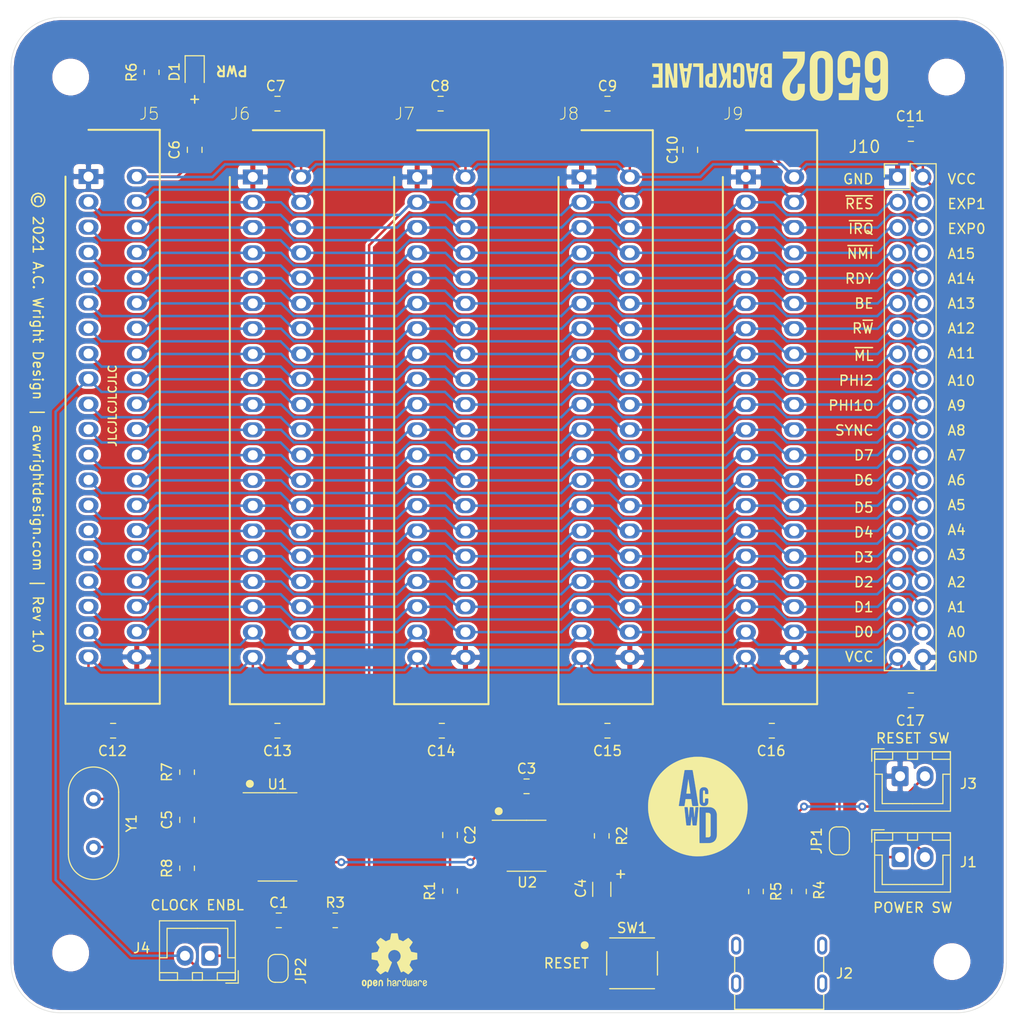
<source format=kicad_pcb>
(kicad_pcb (version 20171130) (host pcbnew "(5.1.9-0-10_14)")
  (title_block (title "6502 Backplane") (date 2021-03-25) (rev 1) (company "A.C. Wright Design"))
  (layers (0 Top signal) (31 Bottom signal) (34 B.Paste user) (35 F.Paste user) (36 B.SilkS user) (37 F.SilkS user) (38 B.Mask user) (39 F.Mask user) (44 Edge.Cuts user))
  (net 0 "")
  (net 1 GND)
  (net 2 /A0)
  (net 3 /D0)
  (net 4 /A1)
  (net 5 /D1)
  (net 6 /A2)
  (net 7 /D2)
  (net 8 /A3)
  (net 9 /D3)
  (net 10 /A4)
  (net 11 /D4)
  (net 12 /A5)
  (net 13 /D5)
  (net 14 /A6)
  (net 15 /D6)
  (net 16 /A7)
  (net 17 /D7)
  (net 18 /A8)
  (net 19 /SYNC)
  (net 20 /A9)
  (net 21 /PHI1O)
  (net 22 /A10)
  (net 23 /A11)
  (net 24 /A12)
  (net 25 /A13)
  (net 26 /BE)
  (net 27 /A14)
  (net 28 /RDY)
  (net 29 /A15)
  (net 30 /EXP0)
  (net 31 /EXP1)
  (net 32 "Net-(C5-Pad1)")
  (net 33 VCC)
  (net 34 "Net-(C5-Pad2)")
  (net 35 "Net-(D1-Pad1)")
  (net 36 ~RES)
  (net 37 /~IRQ)
  (net 38 /~NMI)
  (net 39 /R~W)
  (net 40 /~ML)
  (net 41 PHI2)
  (net 42 "Net-(U1-Pad9)")
  (net 43 "Net-(U1-Pad10)")
  (net 44 "Net-(U1-Pad12)")
  (net 45 "Net-(U2-Pad5)")
  (net 46 "Net-(C2-Pad1)")
  (net 47 "Net-(C4-Pad1)")
  (net 48 "Net-(J1-Pad1)")
  (net 49 "Net-(J2-PadB5)")
  (net 50 "Net-(J2-PadA5)")
  (net 51 "Net-(J4-Pad1)")
  (net 52 "Net-(R7-Pad1)")
  (net 53 "Net-(R8-Pad2)")
  (module Backplane:SW_TS-1187A-B-A-B (layer Top) (at 152.4 145.034)
    (fp_text reference SW1 (at 0 -3.556) (layer F.SilkS))
    (fp_text value SW_Push hide)
    (pad 2 smd rect (at 3 1.875) (size 1 0.75) (layers Top F.Paste F.Mask) (net 1 GND))
    (pad 2 smd rect (at -3 1.875) (size 1 0.75) (layers Top F.Paste F.Mask) (net 1 GND))
    (pad 1 smd rect (at 3 -1.875) (size 1 0.75) (layers Top F.Paste F.Mask) (net 46 "Net-(C2-Pad1)"))
    (pad 1 smd rect (at -3 -1.875) (size 1 0.75) (layers Top F.Paste F.Mask) (net 46 "Net-(C2-Pad1)"))
  )
  (module Backplane:CUI_UJC-HP-3-SMT-TR (layer Top) (at 167.176 143.256)
    (fp_text reference J2 (at 6.56 2.794) (layer F.SilkS))
    (fp_text value USB_C_Receptacle_USB2.0 hide)
    (pad "" thru_hole oval (at 4.32 3.8) (size 1 1.8) (drill oval 0.5 1.2) (layers *.Cu *.Mask))
    (pad "" thru_hole oval (at -4.32 3.8) (size 1 1.8) (drill oval 0.5 1.2) (layers *.Cu *.Mask))
    (pad "" thru_hole oval (at 4.32 0) (size 1 1.8) (drill oval 0.5 1.2) (layers *.Cu *.Mask))
    (pad "" thru_hole oval (at -4.32 0) (size 1 1.8) (drill oval 0.5 1.2) (layers *.Cu *.Mask))
    (pad B5 smd rect (at 0.5 0) (size 0.7 1.15) (layers Top F.Paste F.Mask) (net 49 "Net-(J2-PadB5)"))
    (pad A5 smd rect (at -0.5 0) (size 0.7 1.15) (layers Top F.Paste F.Mask) (net 50 "Net-(J2-PadA5)"))
    (pad B9 smd rect (at -1.52 0) (size 0.8 1.15) (layers Top F.Paste F.Mask) (net 48 "Net-(J1-Pad1)"))
    (pad A9 smd rect (at 1.52 0) (size 0.8 1.15) (layers Top F.Paste F.Mask) (net 48 "Net-(J1-Pad1)"))
    (pad B12 smd rect (at -2.75 0) (size 0.9 1.15) (layers Top F.Paste F.Mask) (net 1 GND))
    (pad A12 smd rect (at 2.75 0) (size 0.9 1.15) (layers Top F.Paste F.Mask) (net 1 GND))
  )
  (module Backplane:RHDR40W82P485X254_2X20_5740X93 (layer Top) (at 163.83 66.04 270)
    (fp_text reference J9 (at -6.35 1.27) (layer F.SilkS) (effects (font (size 1.2065 1.2065) (thickness 0.09652))))
    (fp_text value Conn_02x20_Odd_Even hide)
    (pad 1 thru_hole rect (at 0 0 270) (size 1.5 2) (drill 1) (layers *.Cu *.Mask) (net 1 GND))
    (pad 2 thru_hole oval (at 0 -4.851 270) (size 1.5 2) (drill 1) (layers *.Cu *.Mask) (net 33 VCC))
    (pad 3 thru_hole oval (at 2.54 0 270) (size 1.5 2) (drill 1) (layers *.Cu *.Mask) (net 36 ~RES))
    (pad 4 thru_hole oval (at 2.54 -4.851 270) (size 1.5 2) (drill 1) (layers *.Cu *.Mask) (net 31 /EXP1))
    (pad 5 thru_hole oval (at 5.08 0 270) (size 1.5 2) (drill 1) (layers *.Cu *.Mask) (net 37 /~IRQ))
    (pad 6 thru_hole oval (at 5.08 -4.851 270) (size 1.5 2) (drill 1) (layers *.Cu *.Mask) (net 30 /EXP0))
    (pad 7 thru_hole oval (at 7.62 0 270) (size 1.5 2) (drill 1) (layers *.Cu *.Mask) (net 38 /~NMI))
    (pad 8 thru_hole oval (at 7.62 -4.851 270) (size 1.5 2) (drill 1) (layers *.Cu *.Mask) (net 29 /A15))
    (pad 9 thru_hole oval (at 10.16 0 270) (size 1.5 2) (drill 1) (layers *.Cu *.Mask) (net 28 /RDY))
    (pad 10 thru_hole oval (at 10.16 -4.851 270) (size 1.5 2) (drill 1) (layers *.Cu *.Mask) (net 27 /A14))
    (pad 11 thru_hole oval (at 12.7 0 270) (size 1.5 2) (drill 1) (layers *.Cu *.Mask) (net 26 /BE))
    (pad 12 thru_hole oval (at 12.7 -4.851 270) (size 1.5 2) (drill 1) (layers *.Cu *.Mask) (net 25 /A13))
    (pad 13 thru_hole oval (at 15.24 0 270) (size 1.5 2) (drill 1) (layers *.Cu *.Mask) (net 39 /R~W))
    (pad 14 thru_hole oval (at 15.24 -4.851 270) (size 1.5 2) (drill 1) (layers *.Cu *.Mask) (net 24 /A12))
    (pad 15 thru_hole oval (at 17.78 0 270) (size 1.5 2) (drill 1) (layers *.Cu *.Mask) (net 40 /~ML))
    (pad 16 thru_hole oval (at 17.78 -4.851 270) (size 1.5 2) (drill 1) (layers *.Cu *.Mask) (net 23 /A11))
    (pad 17 thru_hole oval (at 20.32 0 270) (size 1.5 2) (drill 1) (layers *.Cu *.Mask) (net 41 PHI2))
    (pad 18 thru_hole oval (at 20.32 -4.851 270) (size 1.5 2) (drill 1) (layers *.Cu *.Mask) (net 22 /A10))
    (pad 19 thru_hole oval (at 22.86 0 270) (size 1.5 2) (drill 1) (layers *.Cu *.Mask) (net 21 /PHI1O))
    (pad 20 thru_hole oval (at 22.86 -4.851 270) (size 1.5 2) (drill 1) (layers *.Cu *.Mask) (net 20 /A9))
    (pad 21 thru_hole oval (at 25.4 0 270) (size 1.5 2) (drill 1) (layers *.Cu *.Mask) (net 19 /SYNC))
    (pad 22 thru_hole oval (at 25.4 -4.851 270) (size 1.5 2) (drill 1) (layers *.Cu *.Mask) (net 18 /A8))
    (pad 23 thru_hole oval (at 27.94 0 270) (size 1.5 2) (drill 1) (layers *.Cu *.Mask) (net 17 /D7))
    (pad 24 thru_hole oval (at 27.94 -4.851 270) (size 1.5 2) (drill 1) (layers *.Cu *.Mask) (net 16 /A7))
    (pad 25 thru_hole oval (at 30.48 0 270) (size 1.5 2) (drill 1) (layers *.Cu *.Mask) (net 15 /D6))
    (pad 26 thru_hole oval (at 30.48 -4.851 270) (size 1.5 2) (drill 1) (layers *.Cu *.Mask) (net 14 /A6))
    (pad 27 thru_hole oval (at 33.02 0 270) (size 1.5 2) (drill 1) (layers *.Cu *.Mask) (net 13 /D5))
    (pad 28 thru_hole oval (at 33.02 -4.851 270) (size 1.5 2) (drill 1) (layers *.Cu *.Mask) (net 12 /A5))
    (pad 29 thru_hole oval (at 35.56 0 270) (size 1.5 2) (drill 1) (layers *.Cu *.Mask) (net 11 /D4))
    (pad 30 thru_hole oval (at 35.56 -4.851 270) (size 1.5 2) (drill 1) (layers *.Cu *.Mask) (net 10 /A4))
    (pad 31 thru_hole oval (at 38.1 0 270) (size 1.5 2) (drill 1) (layers *.Cu *.Mask) (net 9 /D3))
    (pad 32 thru_hole oval (at 38.1 -4.851 270) (size 1.5 2) (drill 1) (layers *.Cu *.Mask) (net 8 /A3))
    (pad 33 thru_hole oval (at 40.64 0 270) (size 1.5 2) (drill 1) (layers *.Cu *.Mask) (net 7 /D2))
    (pad 34 thru_hole oval (at 40.64 -4.851 270) (size 1.5 2) (drill 1) (layers *.Cu *.Mask) (net 6 /A2))
    (pad 35 thru_hole oval (at 43.18 0 270) (size 1.5 2) (drill 1) (layers *.Cu *.Mask) (net 5 /D1))
    (pad 36 thru_hole oval (at 43.18 -4.851 270) (size 1.5 2) (drill 1) (layers *.Cu *.Mask) (net 4 /A1))
    (pad 37 thru_hole oval (at 45.72 0 270) (size 1.5 2) (drill 1) (layers *.Cu *.Mask) (net 3 /D0))
    (pad 38 thru_hole oval (at 45.72 -4.851 270) (size 1.5 2) (drill 1) (layers *.Cu *.Mask) (net 2 /A0))
    (pad 39 thru_hole oval (at 48.26 0 270) (size 1.5 2) (drill 1) (layers *.Cu *.Mask) (net 33 VCC))
    (pad 40 thru_hole oval (at 48.26 -4.851 270) (size 1.5 2) (drill 1) (layers *.Cu *.Mask) (net 1 GND))
  )
  (module "A.C. Wright Logo:A.C. Wright Logo 10mm" (layer Top) (at 159.004 129.286)
    (fp_text reference G*** hide)
    (fp_text value LOGO hide)
  )
  (module Symbol:OSHW-Logo2_7.3x6mm_SilkScreen (layer Top) (at 128.524 144.78)
    (fp_text reference REF** hide)
    (fp_text value OSHW-Logo2_7.3x6mm_SilkScreen hide)
  )
  (module "6502 Logo:6502 Logo 5mm" (layer Top) (at 165.608 55.88 180)
    (fp_text reference G*** hide)
    (fp_text value LOGO hide)
  )
  (module Capacitor_SMD:C_0805_2012Metric (layer Top) (at 108.458 63.312 90)
    (fp_text reference C6 (at 0 -2.032 90) (layer F.SilkS))
    (fp_text value 100nF hide)
    (pad 1 smd roundrect (at -0.95 0 90) (size 1 1.45) (layers Top F.Paste F.Mask) (net 33 VCC))
    (pad 2 smd roundrect (at 0.95 0 90) (size 1 1.45) (layers Top F.Paste F.Mask) (net 1 GND))
  )
  (module Capacitor_SMD:C_0805_2012Metric (layer Top) (at 100.264 121.666 180)
    (fp_text reference C12 (at 0.066 -2.032) (layer F.SilkS))
    (fp_text value 100nF hide)
    (pad 1 smd roundrect (at -0.95 0 180) (size 1 1.45) (layers Top F.Paste F.Mask) (net 1 GND))
    (pad 2 smd roundrect (at 0.95 0 180) (size 1 1.45) (layers Top F.Paste F.Mask) (net 33 VCC))
  )
  (module Capacitor_SMD:C_0805_2012Metric (layer Top) (at 116.774 58.674 180)
    (fp_text reference C7 (at 0.188 1.778) (layer F.SilkS))
    (fp_text value 100nF hide)
    (pad 1 smd roundrect (at -0.95 0 180) (size 1 1.45) (layers Top F.Paste F.Mask) (net 33 VCC))
    (pad 2 smd roundrect (at 0.95 0 180) (size 1 1.45) (layers Top F.Paste F.Mask) (net 1 GND))
  )
  (module Capacitor_SMD:C_0805_2012Metric (layer Top) (at 116.774 121.666 180)
    (fp_text reference C13 (at 0 -2.032) (layer F.SilkS))
    (fp_text value 100nF hide)
    (pad 1 smd roundrect (at -0.95 0 180) (size 1 1.45) (layers Top F.Paste F.Mask) (net 1 GND))
    (pad 2 smd roundrect (at 0.95 0 180) (size 1 1.45) (layers Top F.Paste F.Mask) (net 33 VCC))
  )
  (module Capacitor_SMD:C_0805_2012Metric (layer Top) (at 107.696 130.622 90)
    (fp_text reference C5 (at 0 -2.032 90) (layer F.SilkS))
    (fp_text value 100nF hide)
    (pad 1 smd roundrect (at -0.95 0 90) (size 1 1.45) (layers Top F.Paste F.Mask) (net 32 "Net-(C5-Pad1)"))
    (pad 2 smd roundrect (at 0.95 0 90) (size 1 1.45) (layers Top F.Paste F.Mask) (net 34 "Net-(C5-Pad2)"))
  )
  (module Capacitor_SMD:C_0805_2012Metric (layer Top) (at 116.906 140.716)
    (fp_text reference C1 (at 0 -1.778) (layer F.SilkS))
    (fp_text value 100nF hide)
    (pad 1 smd roundrect (at -0.95 0) (size 1 1.45) (layers Top F.Paste F.Mask) (net 1 GND))
    (pad 2 smd roundrect (at 0.95 0) (size 1 1.45) (layers Top F.Paste F.Mask) (net 33 VCC))
  )
  (module Capacitor_SMD:C_0805_2012Metric (layer Top) (at 133.162 58.674 180)
    (fp_text reference C8 (at 0.066 1.778) (layer F.SilkS))
    (fp_text value 100nF hide)
    (pad 1 smd roundrect (at -0.95 0 180) (size 1 1.45) (layers Top F.Paste F.Mask) (net 33 VCC))
    (pad 2 smd roundrect (at 0.95 0 180) (size 1 1.45) (layers Top F.Paste F.Mask) (net 1 GND))
  )
  (module Capacitor_SMD:C_0805_2012Metric (layer Top) (at 133.284 121.666 180)
    (fp_text reference C14 (at 0.066 -2.032) (layer F.SilkS))
    (fp_text value 100nF hide)
    (pad 1 smd roundrect (at -0.95 0 180) (size 1 1.45) (layers Top F.Paste F.Mask) (net 1 GND))
    (pad 2 smd roundrect (at 0.95 0 180) (size 1 1.45) (layers Top F.Paste F.Mask) (net 33 VCC))
  )
  (module Capacitor_SMD:C_0805_2012Metric (layer Top) (at 149.926 58.674 180)
    (fp_text reference C9 (at 0 1.778) (layer F.SilkS))
    (fp_text value 100nF hide)
    (pad 1 smd roundrect (at -0.95 0 180) (size 1 1.45) (layers Top F.Paste F.Mask) (net 33 VCC))
    (pad 2 smd roundrect (at 0.95 0 180) (size 1 1.45) (layers Top F.Paste F.Mask) (net 1 GND))
  )
  (module Capacitor_SMD:C_0805_2012Metric (layer Top) (at 149.926 121.666 180)
    (fp_text reference C15 (at 0 -2.032) (layer F.SilkS))
    (fp_text value 100nF hide)
    (pad 1 smd roundrect (at -0.95 0 180) (size 1 1.45) (layers Top F.Paste F.Mask) (net 1 GND))
    (pad 2 smd roundrect (at 0.95 0 180) (size 1 1.45) (layers Top F.Paste F.Mask) (net 33 VCC))
  )
  (module Capacitor_SMD:C_0805_2012Metric (layer Top) (at 134.112 132.146 90)
    (fp_text reference C2 (at 0 2.032 90) (layer F.SilkS))
    (fp_text value 100nF hide)
    (pad 1 smd roundrect (at -0.95 0 90) (size 1 1.45) (layers Top F.Paste F.Mask) (net 46 "Net-(C2-Pad1)"))
    (pad 2 smd roundrect (at 0.95 0 90) (size 1 1.45) (layers Top F.Paste F.Mask) (net 1 GND))
  )
  (module Capacitor_SMD:C_0805_2012Metric (layer Top) (at 141.798 127.254 180)
    (fp_text reference C3 (at 0 1.778) (layer F.SilkS))
    (fp_text value 100nF hide)
    (pad 1 smd roundrect (at -0.95 0 180) (size 1 1.45) (layers Top F.Paste F.Mask) (net 33 VCC))
    (pad 2 smd roundrect (at 0.95 0 180) (size 1 1.45) (layers Top F.Paste F.Mask) (net 1 GND))
  )
  (module Capacitor_SMD:C_0805_2012Metric (layer Top) (at 158.242 63.312 270)
    (fp_text reference C10 (at 0 1.778 90) (layer F.SilkS))
    (fp_text value 100nF hide)
    (pad 1 smd roundrect (at -0.95 0 270) (size 1 1.45) (layers Top F.Paste F.Mask) (net 33 VCC))
    (pad 2 smd roundrect (at 0.95 0 270) (size 1 1.45) (layers Top F.Paste F.Mask) (net 1 GND))
  )
  (module Capacitor_SMD:C_0805_2012Metric (layer Top) (at 166.436 121.666 180)
    (fp_text reference C16 (at 0.066 -2.032) (layer F.SilkS))
    (fp_text value 100nF hide)
    (pad 1 smd roundrect (at -0.95 0 180) (size 1 1.45) (layers Top F.Paste F.Mask) (net 1 GND))
    (pad 2 smd roundrect (at 0.95 0 180) (size 1 1.45) (layers Top F.Paste F.Mask) (net 33 VCC))
  )
  (module Capacitor_SMD:C_0805_2012Metric (layer Top) (at 180.406 61.722 180)
    (fp_text reference C11 (at 0.066 1.778) (layer F.SilkS))
    (fp_text value 100nF hide)
    (pad 1 smd roundrect (at -0.95 0 180) (size 1 1.45) (layers Top F.Paste F.Mask) (net 33 VCC))
    (pad 2 smd roundrect (at 0.95 0 180) (size 1 1.45) (layers Top F.Paste F.Mask) (net 1 GND))
  )
  (module Capacitor_SMD:C_0805_2012Metric (layer Top) (at 180.406 118.618 180)
    (fp_text reference C17 (at 0.066 -2.032) (layer F.SilkS))
    (fp_text value 100nF hide)
    (pad 1 smd roundrect (at -0.95 0 180) (size 1 1.45) (layers Top F.Paste F.Mask) (net 1 GND))
    (pad 2 smd roundrect (at 0.95 0 180) (size 1 1.45) (layers Top F.Paste F.Mask) (net 33 VCC))
  )
  (module LED_SMD:LED_0805_2012Metric (layer Top) (at 108.458 55.5475 270)
    (fp_text reference D1 (at -0.0785 2.032 90) (layer F.SilkS))
    (fp_text value LED hide)
    (pad 2 smd roundrect (at 0.9375 0 270) (size 0.975 1.4) (layers Top F.Paste F.Mask) (net 33 VCC))
    (pad 1 smd roundrect (at -0.9375 0 270) (size 0.975 1.4) (layers Top F.Paste F.Mask) (net 35 "Net-(D1-Pad1)"))
  )
  (module MountingHole:MountingHole_3.2mm_M3 (layer Top) (at 96 56)
    (fp_text reference H1 hide)
    (fp_text value MountingHole hide)
    (pad 1 np_thru_hole circle (at 0 0) (size 3.2 3.2) (drill 3.2) (layers *.Cu *.Mask))
  )
  (module MountingHole:MountingHole_3.2mm_M3 (layer Top) (at 184 56)
    (fp_text reference H2 hide)
    (fp_text value MountingHole hide)
    (pad 1 np_thru_hole circle (at 0 0) (size 3.2 3.2) (drill 3.2) (layers *.Cu *.Mask))
  )
  (module MountingHole:MountingHole_3.2mm_M3 (layer Top) (at 184.54 144.86)
    (fp_text reference H3 hide)
    (fp_text value MountingHole hide)
    (pad 1 np_thru_hole circle (at 0 0) (size 3.2 3.2) (drill 3.2) (layers *.Cu *.Mask))
  )
  (module MountingHole:MountingHole_3.2mm_M3 (layer Top) (at 96 144)
    (fp_text reference H4 hide)
    (fp_text value MountingHole hide)
    (pad 1 np_thru_hole circle (at 0 0) (size 3.2 3.2) (drill 3.2) (layers *.Cu *.Mask))
  )
  (module Backplane:RHDR40W82P485X254_2X20_5740X93 (layer Top) (at 97.79 66 270)
    (fp_text reference J5 (at -6.31 -6.096) (layer F.SilkS) (effects (font (size 1.2065 1.2065) (thickness 0.09652))))
    (fp_text value Conn_02x20_Odd_Even hide)
    (pad 1 thru_hole rect (at 0 0 270) (size 1.5 2) (drill 1) (layers *.Cu *.Mask) (net 1 GND))
    (pad 2 thru_hole oval (at 0 -4.851 270) (size 1.5 2) (drill 1) (layers *.Cu *.Mask) (net 33 VCC))
    (pad 3 thru_hole oval (at 2.54 0 270) (size 1.5 2) (drill 1) (layers *.Cu *.Mask) (net 36 ~RES))
    (pad 4 thru_hole oval (at 2.54 -4.851 270) (size 1.5 2) (drill 1) (layers *.Cu *.Mask) (net 31 /EXP1))
    (pad 5 thru_hole oval (at 5.08 0 270) (size 1.5 2) (drill 1) (layers *.Cu *.Mask) (net 37 /~IRQ))
    (pad 6 thru_hole oval (at 5.08 -4.851 270) (size 1.5 2) (drill 1) (layers *.Cu *.Mask) (net 30 /EXP0))
    (pad 7 thru_hole oval (at 7.62 0 270) (size 1.5 2) (drill 1) (layers *.Cu *.Mask) (net 38 /~NMI))
    (pad 8 thru_hole oval (at 7.62 -4.851 270) (size 1.5 2) (drill 1) (layers *.Cu *.Mask) (net 29 /A15))
    (pad 9 thru_hole oval (at 10.16 0 270) (size 1.5 2) (drill 1) (layers *.Cu *.Mask) (net 28 /RDY))
    (pad 10 thru_hole oval (at 10.16 -4.851 270) (size 1.5 2) (drill 1) (layers *.Cu *.Mask) (net 27 /A14))
    (pad 11 thru_hole oval (at 12.7 0 270) (size 1.5 2) (drill 1) (layers *.Cu *.Mask) (net 26 /BE))
    (pad 12 thru_hole oval (at 12.7 -4.851 270) (size 1.5 2) (drill 1) (layers *.Cu *.Mask) (net 25 /A13))
    (pad 13 thru_hole oval (at 15.24 0 270) (size 1.5 2) (drill 1) (layers *.Cu *.Mask) (net 39 /R~W))
    (pad 14 thru_hole oval (at 15.24 -4.851 270) (size 1.5 2) (drill 1) (layers *.Cu *.Mask) (net 24 /A12))
    (pad 15 thru_hole oval (at 17.78 0 270) (size 1.5 2) (drill 1) (layers *.Cu *.Mask) (net 40 /~ML))
    (pad 16 thru_hole oval (at 17.78 -4.851 270) (size 1.5 2) (drill 1) (layers *.Cu *.Mask) (net 23 /A11))
    (pad 17 thru_hole oval (at 20.32 0 270) (size 1.5 2) (drill 1) (layers *.Cu *.Mask) (net 41 PHI2))
    (pad 18 thru_hole oval (at 20.32 -4.851 270) (size 1.5 2) (drill 1) (layers *.Cu *.Mask) (net 22 /A10))
    (pad 19 thru_hole oval (at 22.86 0 270) (size 1.5 2) (drill 1) (layers *.Cu *.Mask) (net 21 /PHI1O))
    (pad 20 thru_hole oval (at 22.86 -4.851 270) (size 1.5 2) (drill 1) (layers *.Cu *.Mask) (net 20 /A9))
    (pad 21 thru_hole oval (at 25.4 0 270) (size 1.5 2) (drill 1) (layers *.Cu *.Mask) (net 19 /SYNC))
    (pad 22 thru_hole oval (at 25.4 -4.851 270) (size 1.5 2) (drill 1) (layers *.Cu *.Mask) (net 18 /A8))
    (pad 23 thru_hole oval (at 27.94 0 270) (size 1.5 2) (drill 1) (layers *.Cu *.Mask) (net 17 /D7))
    (pad 24 thru_hole oval (at 27.94 -4.851 270) (size 1.5 2) (drill 1) (layers *.Cu *.Mask) (net 16 /A7))
    (pad 25 thru_hole oval (at 30.48 0 270) (size 1.5 2) (drill 1) (layers *.Cu *.Mask) (net 15 /D6))
    (pad 26 thru_hole oval (at 30.48 -4.851 270) (size 1.5 2) (drill 1) (layers *.Cu *.Mask) (net 14 /A6))
    (pad 27 thru_hole oval (at 33.02 0 270) (size 1.5 2) (drill 1) (layers *.Cu *.Mask) (net 13 /D5))
    (pad 28 thru_hole oval (at 33.02 -4.851 270) (size 1.5 2) (drill 1) (layers *.Cu *.Mask) (net 12 /A5))
    (pad 29 thru_hole oval (at 35.56 0 270) (size 1.5 2) (drill 1) (layers *.Cu *.Mask) (net 11 /D4))
    (pad 30 thru_hole oval (at 35.56 -4.851 270) (size 1.5 2) (drill 1) (layers *.Cu *.Mask) (net 10 /A4))
    (pad 31 thru_hole oval (at 38.1 0 270) (size 1.5 2) (drill 1) (layers *.Cu *.Mask) (net 9 /D3))
    (pad 32 thru_hole oval (at 38.1 -4.851 270) (size 1.5 2) (drill 1) (layers *.Cu *.Mask) (net 8 /A3))
    (pad 33 thru_hole oval (at 40.64 0 270) (size 1.5 2) (drill 1) (layers *.Cu *.Mask) (net 7 /D2))
    (pad 34 thru_hole oval (at 40.64 -4.851 270) (size 1.5 2) (drill 1) (layers *.Cu *.Mask) (net 6 /A2))
    (pad 35 thru_hole oval (at 43.18 0 270) (size 1.5 2) (drill 1) (layers *.Cu *.Mask) (net 5 /D1))
    (pad 36 thru_hole oval (at 43.18 -4.851 270) (size 1.5 2) (drill 1) (layers *.Cu *.Mask) (net 4 /A1))
    (pad 37 thru_hole oval (at 45.72 0 270) (size 1.5 2) (drill 1) (layers *.Cu *.Mask) (net 3 /D0))
    (pad 38 thru_hole oval (at 45.72 -4.851 270) (size 1.5 2) (drill 1) (layers *.Cu *.Mask) (net 2 /A0))
    (pad 39 thru_hole oval (at 48.26 0 270) (size 1.5 2) (drill 1) (layers *.Cu *.Mask) (net 33 VCC))
    (pad 40 thru_hole oval (at 48.26 -4.851 270) (size 1.5 2) (drill 1) (layers *.Cu *.Mask) (net 1 GND))
  )
  (module Connector_JST:JST_XH_B2B-XH-A_1x02_P2.50mm_Vertical (layer Top) (at 179.324 134.366)
    (fp_text reference J1 (at 6.858 0.508) (layer F.SilkS))
    (fp_text value PWR_SW hide)
    (pad 1 thru_hole roundrect (at 0 0) (size 1.7 2) (drill 1) (layers *.Cu *.Mask) (roundrect_rratio 0.1470588235294118) (net 48 "Net-(J1-Pad1)"))
    (pad 2 thru_hole oval (at 2.5 0) (size 1.7 2) (drill 1) (layers *.Cu *.Mask) (net 33 VCC))
  )
  (module Backplane:RHDR40W82P485X254_2X20_5740X93 (layer Top) (at 114.3 66.04 270)
    (fp_text reference J6 (at -6.35 1.27) (layer F.SilkS) (effects (font (size 1.2065 1.2065) (thickness 0.09652))))
    (fp_text value Conn_02x20_Odd_Even hide)
    (pad 1 thru_hole rect (at 0 0 270) (size 1.5 2) (drill 1) (layers *.Cu *.Mask) (net 1 GND))
    (pad 2 thru_hole oval (at 0 -4.851 270) (size 1.5 2) (drill 1) (layers *.Cu *.Mask) (net 33 VCC))
    (pad 3 thru_hole oval (at 2.54 0 270) (size 1.5 2) (drill 1) (layers *.Cu *.Mask) (net 36 ~RES))
    (pad 4 thru_hole oval (at 2.54 -4.851 270) (size 1.5 2) (drill 1) (layers *.Cu *.Mask) (net 31 /EXP1))
    (pad 5 thru_hole oval (at 5.08 0 270) (size 1.5 2) (drill 1) (layers *.Cu *.Mask) (net 37 /~IRQ))
    (pad 6 thru_hole oval (at 5.08 -4.851 270) (size 1.5 2) (drill 1) (layers *.Cu *.Mask) (net 30 /EXP0))
    (pad 7 thru_hole oval (at 7.62 0 270) (size 1.5 2) (drill 1) (layers *.Cu *.Mask) (net 38 /~NMI))
    (pad 8 thru_hole oval (at 7.62 -4.851 270) (size 1.5 2) (drill 1) (layers *.Cu *.Mask) (net 29 /A15))
    (pad 9 thru_hole oval (at 10.16 0 270) (size 1.5 2) (drill 1) (layers *.Cu *.Mask) (net 28 /RDY))
    (pad 10 thru_hole oval (at 10.16 -4.851 270) (size 1.5 2) (drill 1) (layers *.Cu *.Mask) (net 27 /A14))
    (pad 11 thru_hole oval (at 12.7 0 270) (size 1.5 2) (drill 1) (layers *.Cu *.Mask) (net 26 /BE))
    (pad 12 thru_hole oval (at 12.7 -4.851 270) (size 1.5 2) (drill 1) (layers *.Cu *.Mask) (net 25 /A13))
    (pad 13 thru_hole oval (at 15.24 0 270) (size 1.5 2) (drill 1) (layers *.Cu *.Mask) (net 39 /R~W))
    (pad 14 thru_hole oval (at 15.24 -4.851 270) (size 1.5 2) (drill 1) (layers *.Cu *.Mask) (net 24 /A12))
    (pad 15 thru_hole oval (at 17.78 0 270) (size 1.5 2) (drill 1) (layers *.Cu *.Mask) (net 40 /~ML))
    (pad 16 thru_hole oval (at 17.78 -4.851 270) (size 1.5 2) (drill 1) (layers *.Cu *.Mask) (net 23 /A11))
    (pad 17 thru_hole oval (at 20.32 0 270) (size 1.5 2) (drill 1) (layers *.Cu *.Mask) (net 41 PHI2))
    (pad 18 thru_hole oval (at 20.32 -4.851 270) (size 1.5 2) (drill 1) (layers *.Cu *.Mask) (net 22 /A10))
    (pad 19 thru_hole oval (at 22.86 0 270) (size 1.5 2) (drill 1) (layers *.Cu *.Mask) (net 21 /PHI1O))
    (pad 20 thru_hole oval (at 22.86 -4.851 270) (size 1.5 2) (drill 1) (layers *.Cu *.Mask) (net 20 /A9))
    (pad 21 thru_hole oval (at 25.4 0 270) (size 1.5 2) (drill 1) (layers *.Cu *.Mask) (net 19 /SYNC))
    (pad 22 thru_hole oval (at 25.4 -4.851 270) (size 1.5 2) (drill 1) (layers *.Cu *.Mask) (net 18 /A8))
    (pad 23 thru_hole oval (at 27.94 0 270) (size 1.5 2) (drill 1) (layers *.Cu *.Mask) (net 17 /D7))
    (pad 24 thru_hole oval (at 27.94 -4.851 270) (size 1.5 2) (drill 1) (layers *.Cu *.Mask) (net 16 /A7))
    (pad 25 thru_hole oval (at 30.48 0 270) (size 1.5 2) (drill 1) (layers *.Cu *.Mask) (net 15 /D6))
    (pad 26 thru_hole oval (at 30.48 -4.851 270) (size 1.5 2) (drill 1) (layers *.Cu *.Mask) (net 14 /A6))
    (pad 27 thru_hole oval (at 33.02 0 270) (size 1.5 2) (drill 1) (layers *.Cu *.Mask) (net 13 /D5))
    (pad 28 thru_hole oval (at 33.02 -4.851 270) (size 1.5 2) (drill 1) (layers *.Cu *.Mask) (net 12 /A5))
    (pad 29 thru_hole oval (at 35.56 0 270) (size 1.5 2) (drill 1) (layers *.Cu *.Mask) (net 11 /D4))
    (pad 30 thru_hole oval (at 35.56 -4.851 270) (size 1.5 2) (drill 1) (layers *.Cu *.Mask) (net 10 /A4))
    (pad 31 thru_hole oval (at 38.1 0 270) (size 1.5 2) (drill 1) (layers *.Cu *.Mask) (net 9 /D3))
    (pad 32 thru_hole oval (at 38.1 -4.851 270) (size 1.5 2) (drill 1) (layers *.Cu *.Mask) (net 8 /A3))
    (pad 33 thru_hole oval (at 40.64 0 270) (size 1.5 2) (drill 1) (layers *.Cu *.Mask) (net 7 /D2))
    (pad 34 thru_hole oval (at 40.64 -4.851 270) (size 1.5 2) (drill 1) (layers *.Cu *.Mask) (net 6 /A2))
    (pad 35 thru_hole oval (at 43.18 0 270) (size 1.5 2) (drill 1) (layers *.Cu *.Mask) (net 5 /D1))
    (pad 36 thru_hole oval (at 43.18 -4.851 270) (size 1.5 2) (drill 1) (layers *.Cu *.Mask) (net 4 /A1))
    (pad 37 thru_hole oval (at 45.72 0 270) (size 1.5 2) (drill 1) (layers *.Cu *.Mask) (net 3 /D0))
    (pad 38 thru_hole oval (at 45.72 -4.851 270) (size 1.5 2) (drill 1) (layers *.Cu *.Mask) (net 2 /A0))
    (pad 39 thru_hole oval (at 48.26 0 270) (size 1.5 2) (drill 1) (layers *.Cu *.Mask) (net 33 VCC))
    (pad 40 thru_hole oval (at 48.26 -4.851 270) (size 1.5 2) (drill 1) (layers *.Cu *.Mask) (net 1 GND))
  )
  (module Backplane:RHDR40W82P485X254_2X20_5740X93 (layer Top) (at 130.81 66.04 270)
    (fp_text reference J7 (at -6.35 1.27) (layer F.SilkS) (effects (font (size 1.2065 1.2065) (thickness 0.09652))))
    (fp_text value Conn_02x20_Odd_Even hide)
    (pad 1 thru_hole rect (at 0 0 270) (size 1.5 2) (drill 1) (layers *.Cu *.Mask) (net 1 GND))
    (pad 2 thru_hole oval (at 0 -4.851 270) (size 1.5 2) (drill 1) (layers *.Cu *.Mask) (net 33 VCC))
    (pad 3 thru_hole oval (at 2.54 0 270) (size 1.5 2) (drill 1) (layers *.Cu *.Mask) (net 36 ~RES))
    (pad 4 thru_hole oval (at 2.54 -4.851 270) (size 1.5 2) (drill 1) (layers *.Cu *.Mask) (net 31 /EXP1))
    (pad 5 thru_hole oval (at 5.08 0 270) (size 1.5 2) (drill 1) (layers *.Cu *.Mask) (net 37 /~IRQ))
    (pad 6 thru_hole oval (at 5.08 -4.851 270) (size 1.5 2) (drill 1) (layers *.Cu *.Mask) (net 30 /EXP0))
    (pad 7 thru_hole oval (at 7.62 0 270) (size 1.5 2) (drill 1) (layers *.Cu *.Mask) (net 38 /~NMI))
    (pad 8 thru_hole oval (at 7.62 -4.851 270) (size 1.5 2) (drill 1) (layers *.Cu *.Mask) (net 29 /A15))
    (pad 9 thru_hole oval (at 10.16 0 270) (size 1.5 2) (drill 1) (layers *.Cu *.Mask) (net 28 /RDY))
    (pad 10 thru_hole oval (at 10.16 -4.851 270) (size 1.5 2) (drill 1) (layers *.Cu *.Mask) (net 27 /A14))
    (pad 11 thru_hole oval (at 12.7 0 270) (size 1.5 2) (drill 1) (layers *.Cu *.Mask) (net 26 /BE))
    (pad 12 thru_hole oval (at 12.7 -4.851 270) (size 1.5 2) (drill 1) (layers *.Cu *.Mask) (net 25 /A13))
    (pad 13 thru_hole oval (at 15.24 0 270) (size 1.5 2) (drill 1) (layers *.Cu *.Mask) (net 39 /R~W))
    (pad 14 thru_hole oval (at 15.24 -4.851 270) (size 1.5 2) (drill 1) (layers *.Cu *.Mask) (net 24 /A12))
    (pad 15 thru_hole oval (at 17.78 0 270) (size 1.5 2) (drill 1) (layers *.Cu *.Mask) (net 40 /~ML))
    (pad 16 thru_hole oval (at 17.78 -4.851 270) (size 1.5 2) (drill 1) (layers *.Cu *.Mask) (net 23 /A11))
    (pad 17 thru_hole oval (at 20.32 0 270) (size 1.5 2) (drill 1) (layers *.Cu *.Mask) (net 41 PHI2))
    (pad 18 thru_hole oval (at 20.32 -4.851 270) (size 1.5 2) (drill 1) (layers *.Cu *.Mask) (net 22 /A10))
    (pad 19 thru_hole oval (at 22.86 0 270) (size 1.5 2) (drill 1) (layers *.Cu *.Mask) (net 21 /PHI1O))
    (pad 20 thru_hole oval (at 22.86 -4.851 270) (size 1.5 2) (drill 1) (layers *.Cu *.Mask) (net 20 /A9))
    (pad 21 thru_hole oval (at 25.4 0 270) (size 1.5 2) (drill 1) (layers *.Cu *.Mask) (net 19 /SYNC))
    (pad 22 thru_hole oval (at 25.4 -4.851 270) (size 1.5 2) (drill 1) (layers *.Cu *.Mask) (net 18 /A8))
    (pad 23 thru_hole oval (at 27.94 0 270) (size 1.5 2) (drill 1) (layers *.Cu *.Mask) (net 17 /D7))
    (pad 24 thru_hole oval (at 27.94 -4.851 270) (size 1.5 2) (drill 1) (layers *.Cu *.Mask) (net 16 /A7))
    (pad 25 thru_hole oval (at 30.48 0 270) (size 1.5 2) (drill 1) (layers *.Cu *.Mask) (net 15 /D6))
    (pad 26 thru_hole oval (at 30.48 -4.851 270) (size 1.5 2) (drill 1) (layers *.Cu *.Mask) (net 14 /A6))
    (pad 27 thru_hole oval (at 33.02 0 270) (size 1.5 2) (drill 1) (layers *.Cu *.Mask) (net 13 /D5))
    (pad 28 thru_hole oval (at 33.02 -4.851 270) (size 1.5 2) (drill 1) (layers *.Cu *.Mask) (net 12 /A5))
    (pad 29 thru_hole oval (at 35.56 0 270) (size 1.5 2) (drill 1) (layers *.Cu *.Mask) (net 11 /D4))
    (pad 30 thru_hole oval (at 35.56 -4.851 270) (size 1.5 2) (drill 1) (layers *.Cu *.Mask) (net 10 /A4))
    (pad 31 thru_hole oval (at 38.1 0 270) (size 1.5 2) (drill 1) (layers *.Cu *.Mask) (net 9 /D3))
    (pad 32 thru_hole oval (at 38.1 -4.851 270) (size 1.5 2) (drill 1) (layers *.Cu *.Mask) (net 8 /A3))
    (pad 33 thru_hole oval (at 40.64 0 270) (size 1.5 2) (drill 1) (layers *.Cu *.Mask) (net 7 /D2))
    (pad 34 thru_hole oval (at 40.64 -4.851 270) (size 1.5 2) (drill 1) (layers *.Cu *.Mask) (net 6 /A2))
    (pad 35 thru_hole oval (at 43.18 0 270) (size 1.5 2) (drill 1) (layers *.Cu *.Mask) (net 5 /D1))
    (pad 36 thru_hole oval (at 43.18 -4.851 270) (size 1.5 2) (drill 1) (layers *.Cu *.Mask) (net 4 /A1))
    (pad 37 thru_hole oval (at 45.72 0 270) (size 1.5 2) (drill 1) (layers *.Cu *.Mask) (net 3 /D0))
    (pad 38 thru_hole oval (at 45.72 -4.851 270) (size 1.5 2) (drill 1) (layers *.Cu *.Mask) (net 2 /A0))
    (pad 39 thru_hole oval (at 48.26 0 270) (size 1.5 2) (drill 1) (layers *.Cu *.Mask) (net 33 VCC))
    (pad 40 thru_hole oval (at 48.26 -4.851 270) (size 1.5 2) (drill 1) (layers *.Cu *.Mask) (net 1 GND))
  )
  (module Connector_JST:JST_XH_B2B-XH-A_1x02_P2.50mm_Vertical (layer Top) (at 179.324 126.238)
    (fp_text reference J3 (at 6.858 0.762) (layer F.SilkS))
    (fp_text value RESET_SW hide)
    (pad 1 thru_hole roundrect (at 0 0) (size 1.7 2) (drill 1) (layers *.Cu *.Mask) (roundrect_rratio 0.1470588235294118) (net 1 GND))
    (pad 2 thru_hole oval (at 2.5 0) (size 1.7 2) (drill 1) (layers *.Cu *.Mask) (net 46 "Net-(C2-Pad1)"))
  )
  (module Connector_JST:JST_XH_B2B-XH-A_1x02_P2.50mm_Vertical (layer Top) (at 109.982 144.272 180)
    (fp_text reference J4 (at 6.858 0.762) (layer F.SilkS))
    (fp_text value CLOCK_ENBL_SW hide)
    (pad 1 thru_hole roundrect (at 0 0 180) (size 1.7 2) (drill 1) (layers *.Cu *.Mask) (roundrect_rratio 0.1470588235294118) (net 51 "Net-(J4-Pad1)"))
    (pad 2 thru_hole oval (at 2.5 0 180) (size 1.7 2) (drill 1) (layers *.Cu *.Mask) (net 41 PHI2))
  )
  (module Backplane:RHDR40W82P485X254_2X20_5740X93 (layer Top) (at 147.32 66.04 270)
    (fp_text reference J8 (at -6.35 1.27) (layer F.SilkS) (effects (font (size 1.2065 1.2065) (thickness 0.09652))))
    (fp_text value Conn_02x20_Odd_Even hide)
    (pad 1 thru_hole rect (at 0 0 270) (size 1.5 2) (drill 1) (layers *.Cu *.Mask) (net 1 GND))
    (pad 2 thru_hole oval (at 0 -4.851 270) (size 1.5 2) (drill 1) (layers *.Cu *.Mask) (net 33 VCC))
    (pad 3 thru_hole oval (at 2.54 0 270) (size 1.5 2) (drill 1) (layers *.Cu *.Mask) (net 36 ~RES))
    (pad 4 thru_hole oval (at 2.54 -4.851 270) (size 1.5 2) (drill 1) (layers *.Cu *.Mask) (net 31 /EXP1))
    (pad 5 thru_hole oval (at 5.08 0 270) (size 1.5 2) (drill 1) (layers *.Cu *.Mask) (net 37 /~IRQ))
    (pad 6 thru_hole oval (at 5.08 -4.851 270) (size 1.5 2) (drill 1) (layers *.Cu *.Mask) (net 30 /EXP0))
    (pad 7 thru_hole oval (at 7.62 0 270) (size 1.5 2) (drill 1) (layers *.Cu *.Mask) (net 38 /~NMI))
    (pad 8 thru_hole oval (at 7.62 -4.851 270) (size 1.5 2) (drill 1) (layers *.Cu *.Mask) (net 29 /A15))
    (pad 9 thru_hole oval (at 10.16 0 270) (size 1.5 2) (drill 1) (layers *.Cu *.Mask) (net 28 /RDY))
    (pad 10 thru_hole oval (at 10.16 -4.851 270) (size 1.5 2) (drill 1) (layers *.Cu *.Mask) (net 27 /A14))
    (pad 11 thru_hole oval (at 12.7 0 270) (size 1.5 2) (drill 1) (layers *.Cu *.Mask) (net 26 /BE))
    (pad 12 thru_hole oval (at 12.7 -4.851 270) (size 1.5 2) (drill 1) (layers *.Cu *.Mask) (net 25 /A13))
    (pad 13 thru_hole oval (at 15.24 0 270) (size 1.5 2) (drill 1) (layers *.Cu *.Mask) (net 39 /R~W))
    (pad 14 thru_hole oval (at 15.24 -4.851 270) (size 1.5 2) (drill 1) (layers *.Cu *.Mask) (net 24 /A12))
    (pad 15 thru_hole oval (at 17.78 0 270) (size 1.5 2) (drill 1) (layers *.Cu *.Mask) (net 40 /~ML))
    (pad 16 thru_hole oval (at 17.78 -4.851 270) (size 1.5 2) (drill 1) (layers *.Cu *.Mask) (net 23 /A11))
    (pad 17 thru_hole oval (at 20.32 0 270) (size 1.5 2) (drill 1) (layers *.Cu *.Mask) (net 41 PHI2))
    (pad 18 thru_hole oval (at 20.32 -4.851 270) (size 1.5 2) (drill 1) (layers *.Cu *.Mask) (net 22 /A10))
    (pad 19 thru_hole oval (at 22.86 0 270) (size 1.5 2) (drill 1) (layers *.Cu *.Mask) (net 21 /PHI1O))
    (pad 20 thru_hole oval (at 22.86 -4.851 270) (size 1.5 2) (drill 1) (layers *.Cu *.Mask) (net 20 /A9))
    (pad 21 thru_hole oval (at 25.4 0 270) (size 1.5 2) (drill 1) (layers *.Cu *.Mask) (net 19 /SYNC))
    (pad 22 thru_hole oval (at 25.4 -4.851 270) (size 1.5 2) (drill 1) (layers *.Cu *.Mask) (net 18 /A8))
    (pad 23 thru_hole oval (at 27.94 0 270) (size 1.5 2) (drill 1) (layers *.Cu *.Mask) (net 17 /D7))
    (pad 24 thru_hole oval (at 27.94 -4.851 270) (size 1.5 2) (drill 1) (layers *.Cu *.Mask) (net 16 /A7))
    (pad 25 thru_hole oval (at 30.48 0 270) (size 1.5 2) (drill 1) (layers *.Cu *.Mask) (net 15 /D6))
    (pad 26 thru_hole oval (at 30.48 -4.851 270) (size 1.5 2) (drill 1) (layers *.Cu *.Mask) (net 14 /A6))
    (pad 27 thru_hole oval (at 33.02 0 270) (size 1.5 2) (drill 1) (layers *.Cu *.Mask) (net 13 /D5))
    (pad 28 thru_hole oval (at 33.02 -4.851 270) (size 1.5 2) (drill 1) (layers *.Cu *.Mask) (net 12 /A5))
    (pad 29 thru_hole oval (at 35.56 0 270) (size 1.5 2) (drill 1) (layers *.Cu *.Mask) (net 11 /D4))
    (pad 30 thru_hole oval (at 35.56 -4.851 270) (size 1.5 2) (drill 1) (layers *.Cu *.Mask) (net 10 /A4))
    (pad 31 thru_hole oval (at 38.1 0 270) (size 1.5 2) (drill 1) (layers *.Cu *.Mask) (net 9 /D3))
    (pad 32 thru_hole oval (at 38.1 -4.851 270) (size 1.5 2) (drill 1) (layers *.Cu *.Mask) (net 8 /A3))
    (pad 33 thru_hole oval (at 40.64 0 270) (size 1.5 2) (drill 1) (layers *.Cu *.Mask) (net 7 /D2))
    (pad 34 thru_hole oval (at 40.64 -4.851 270) (size 1.5 2) (drill 1) (layers *.Cu *.Mask) (net 6 /A2))
    (pad 35 thru_hole oval (at 43.18 0 270) (size 1.5 2) (drill 1) (layers *.Cu *.Mask) (net 5 /D1))
    (pad 36 thru_hole oval (at 43.18 -4.851 270) (size 1.5 2) (drill 1) (layers *.Cu *.Mask) (net 4 /A1))
    (pad 37 thru_hole oval (at 45.72 0 270) (size 1.5 2) (drill 1) (layers *.Cu *.Mask) (net 3 /D0))
    (pad 38 thru_hole oval (at 45.72 -4.851 270) (size 1.5 2) (drill 1) (layers *.Cu *.Mask) (net 2 /A0))
    (pad 39 thru_hole oval (at 48.26 0 270) (size 1.5 2) (drill 1) (layers *.Cu *.Mask) (net 33 VCC))
    (pad 40 thru_hole oval (at 48.26 -4.851 270) (size 1.5 2) (drill 1) (layers *.Cu *.Mask) (net 1 GND))
  )
  (module Connector_PinHeader_2.54mm:PinHeader_2x20_P2.54mm_Vertical (layer Top) (at 179.07 66.04)
    (fp_text reference J10 (at -3.32 -3.04) (layer F.SilkS) (effects (font (size 1.2065 1.2065))))
    (fp_text value Conn_02x20_Odd_Even hide)
    (pad 1 thru_hole rect (at 0 0) (size 1.7 1.7) (drill 1) (layers *.Cu *.Mask) (net 1 GND))
    (pad 2 thru_hole oval (at 2.54 0) (size 1.7 1.7) (drill 1) (layers *.Cu *.Mask) (net 33 VCC))
    (pad 3 thru_hole oval (at 0 2.54) (size 1.7 1.7) (drill 1) (layers *.Cu *.Mask) (net 36 ~RES))
    (pad 4 thru_hole oval (at 2.54 2.54) (size 1.7 1.7) (drill 1) (layers *.Cu *.Mask) (net 31 /EXP1))
    (pad 5 thru_hole oval (at 0 5.08) (size 1.7 1.7) (drill 1) (layers *.Cu *.Mask) (net 37 /~IRQ))
    (pad 6 thru_hole oval (at 2.54 5.08) (size 1.7 1.7) (drill 1) (layers *.Cu *.Mask) (net 30 /EXP0))
    (pad 7 thru_hole oval (at 0 7.62) (size 1.7 1.7) (drill 1) (layers *.Cu *.Mask) (net 38 /~NMI))
    (pad 8 thru_hole oval (at 2.54 7.62) (size 1.7 1.7) (drill 1) (layers *.Cu *.Mask) (net 29 /A15))
    (pad 9 thru_hole oval (at 0 10.16) (size 1.7 1.7) (drill 1) (layers *.Cu *.Mask) (net 28 /RDY))
    (pad 10 thru_hole oval (at 2.54 10.16) (size 1.7 1.7) (drill 1) (layers *.Cu *.Mask) (net 27 /A14))
    (pad 11 thru_hole oval (at 0 12.7) (size 1.7 1.7) (drill 1) (layers *.Cu *.Mask) (net 26 /BE))
    (pad 12 thru_hole oval (at 2.54 12.7) (size 1.7 1.7) (drill 1) (layers *.Cu *.Mask) (net 25 /A13))
    (pad 13 thru_hole oval (at 0 15.24) (size 1.7 1.7) (drill 1) (layers *.Cu *.Mask) (net 39 /R~W))
    (pad 14 thru_hole oval (at 2.54 15.24) (size 1.7 1.7) (drill 1) (layers *.Cu *.Mask) (net 24 /A12))
    (pad 15 thru_hole oval (at 0 17.78) (size 1.7 1.7) (drill 1) (layers *.Cu *.Mask) (net 40 /~ML))
    (pad 16 thru_hole oval (at 2.54 17.78) (size 1.7 1.7) (drill 1) (layers *.Cu *.Mask) (net 23 /A11))
    (pad 17 thru_hole oval (at 0 20.32) (size 1.7 1.7) (drill 1) (layers *.Cu *.Mask) (net 41 PHI2))
    (pad 18 thru_hole oval (at 2.54 20.32) (size 1.7 1.7) (drill 1) (layers *.Cu *.Mask) (net 22 /A10))
    (pad 19 thru_hole oval (at 0 22.86) (size 1.7 1.7) (drill 1) (layers *.Cu *.Mask) (net 21 /PHI1O))
    (pad 20 thru_hole oval (at 2.54 22.86) (size 1.7 1.7) (drill 1) (layers *.Cu *.Mask) (net 20 /A9))
    (pad 21 thru_hole oval (at 0 25.4) (size 1.7 1.7) (drill 1) (layers *.Cu *.Mask) (net 19 /SYNC))
    (pad 22 thru_hole oval (at 2.54 25.4) (size 1.7 1.7) (drill 1) (layers *.Cu *.Mask) (net 18 /A8))
    (pad 23 thru_hole oval (at 0 27.94) (size 1.7 1.7) (drill 1) (layers *.Cu *.Mask) (net 17 /D7))
    (pad 24 thru_hole oval (at 2.54 27.94) (size 1.7 1.7) (drill 1) (layers *.Cu *.Mask) (net 16 /A7))
    (pad 25 thru_hole oval (at 0 30.48) (size 1.7 1.7) (drill 1) (layers *.Cu *.Mask) (net 15 /D6))
    (pad 26 thru_hole oval (at 2.54 30.48) (size 1.7 1.7) (drill 1) (layers *.Cu *.Mask) (net 14 /A6))
    (pad 27 thru_hole oval (at 0 33.02) (size 1.7 1.7) (drill 1) (layers *.Cu *.Mask) (net 13 /D5))
    (pad 28 thru_hole oval (at 2.54 33.02) (size 1.7 1.7) (drill 1) (layers *.Cu *.Mask) (net 12 /A5))
    (pad 29 thru_hole oval (at 0 35.56) (size 1.7 1.7) (drill 1) (layers *.Cu *.Mask) (net 11 /D4))
    (pad 30 thru_hole oval (at 2.54 35.56) (size 1.7 1.7) (drill 1) (layers *.Cu *.Mask) (net 10 /A4))
    (pad 31 thru_hole oval (at 0 38.1) (size 1.7 1.7) (drill 1) (layers *.Cu *.Mask) (net 9 /D3))
    (pad 32 thru_hole oval (at 2.54 38.1) (size 1.7 1.7) (drill 1) (layers *.Cu *.Mask) (net 8 /A3))
    (pad 33 thru_hole oval (at 0 40.64) (size 1.7 1.7) (drill 1) (layers *.Cu *.Mask) (net 7 /D2))
    (pad 34 thru_hole oval (at 2.54 40.64) (size 1.7 1.7) (drill 1) (layers *.Cu *.Mask) (net 6 /A2))
    (pad 35 thru_hole oval (at 0 43.18) (size 1.7 1.7) (drill 1) (layers *.Cu *.Mask) (net 5 /D1))
    (pad 36 thru_hole oval (at 2.54 43.18) (size 1.7 1.7) (drill 1) (layers *.Cu *.Mask) (net 4 /A1))
    (pad 37 thru_hole oval (at 0 45.72) (size 1.7 1.7) (drill 1) (layers *.Cu *.Mask) (net 3 /D0))
    (pad 38 thru_hole oval (at 2.54 45.72) (size 1.7 1.7) (drill 1) (layers *.Cu *.Mask) (net 2 /A0))
    (pad 39 thru_hole oval (at 0 48.26) (size 1.7 1.7) (drill 1) (layers *.Cu *.Mask) (net 33 VCC))
    (pad 40 thru_hole oval (at 2.54 48.26) (size 1.7 1.7) (drill 1) (layers *.Cu *.Mask) (net 1 GND))
  )
  (module Jumper:SolderJumper-2_P1.3mm_Open_RoundedPad1.0x1.5mm (layer Top) (at 173.228 132.73 90)
    (fp_text reference JP1 (at 0 -2.286 90) (layer F.SilkS))
    (fp_text value SolderJumper_2_Open hide)
    (pad 1 smd custom (at -0.65 0 90) (size 1 0.5) (layers Top F.Mask) (net 48 "Net-(J1-Pad1)") (options (clearance outline) (anchor rect)) (primitives (gr_circle (center 0 0.25) (end 0.5 0.25) (width 0)) (gr_circle (center 0 -0.25) (end 0.5 -0.25) (width 0)) (gr_poly (pts (xy 0 -0.75) (xy 0.5 -0.75) (xy 0.5 0.75) (xy 0 0.75)) (width 0))))
    (pad 2 smd custom (at 0.65 0 90) (size 1 0.5) (layers Top F.Mask) (net 33 VCC) (options (clearance outline) (anchor rect)) (primitives (gr_circle (center 0 0.25) (end 0.5 0.25) (width 0)) (gr_circle (center 0 -0.25) (end 0.5 -0.25) (width 0)) (gr_poly (pts (xy 0 -0.75) (xy -0.5 -0.75) (xy -0.5 0.75) (xy 0 0.75)) (width 0))))
  )
  (module Jumper:SolderJumper-2_P1.3mm_Open_RoundedPad1.0x1.5mm (layer Top) (at 116.84 145.542 270)
    (fp_text reference JP2 (at 0.254 -2.286 90) (layer F.SilkS))
    (fp_text value SolderJumper_2_Open hide)
    (pad 2 smd custom (at 0.65 0 270) (size 1 0.5) (layers Top F.Mask) (net 41 PHI2) (options (clearance outline) (anchor rect)) (primitives (gr_circle (center 0 0.25) (end 0.5 0.25) (width 0)) (gr_circle (center 0 -0.25) (end 0.5 -0.25) (width 0)) (gr_poly (pts (xy 0 -0.75) (xy -0.5 -0.75) (xy -0.5 0.75) (xy 0 0.75)) (width 0))))
    (pad 1 smd custom (at -0.65 0 270) (size 1 0.5) (layers Top F.Mask) (net 51 "Net-(J4-Pad1)") (options (clearance outline) (anchor rect)) (primitives (gr_circle (center 0 0.25) (end 0.5 0.25) (width 0)) (gr_circle (center 0 -0.25) (end 0.5 -0.25) (width 0)) (gr_poly (pts (xy 0 -0.75) (xy 0.5 -0.75) (xy 0.5 0.75) (xy 0 0.75)) (width 0))))
  )
  (module Resistor_SMD:R_0805_2012Metric (layer Top) (at 169.164 137.8185 270)
    (fp_text reference R4 (at -0.1505 -2.032 90) (layer F.SilkS))
    (fp_text value 5.1k hide)
    (pad 1 smd roundrect (at -0.9125 0 270) (size 1.025 1.4) (layers Top F.Paste F.Mask) (roundrect_rratio 0.2439014634146341) (net 1 GND))
    (pad 2 smd roundrect (at 0.9125 0 270) (size 1.025 1.4) (layers Top F.Paste F.Mask) (roundrect_rratio 0.2439014634146341) (net 49 "Net-(J2-PadB5)"))
  )
  (module Resistor_SMD:R_0805_2012Metric (layer Top) (at 164.846 137.8185 270)
    (fp_text reference R5 (at 0 -2.032 90) (layer F.SilkS))
    (fp_text value 5.1k hide)
    (pad 1 smd roundrect (at -0.9125 0 270) (size 1.025 1.4) (layers Top F.Paste F.Mask) (roundrect_rratio 0.2439014634146341) (net 1 GND))
    (pad 2 smd roundrect (at 0.9125 0 270) (size 1.025 1.4) (layers Top F.Paste F.Mask) (roundrect_rratio 0.2439014634146341) (net 50 "Net-(J2-PadA5)"))
  )
  (module Resistor_SMD:R_0805_2012Metric (layer Top) (at 107.696 125.8335 270)
    (fp_text reference R7 (at 0 2.032 90) (layer F.SilkS))
    (fp_text value 1k hide)
    (pad 1 smd roundrect (at -0.9125 0 270) (size 1.025 1.4) (layers Top F.Paste F.Mask) (roundrect_rratio 0.2439014634146341) (net 52 "Net-(R7-Pad1)"))
    (pad 2 smd roundrect (at 0.9125 0 270) (size 1.025 1.4) (layers Top F.Paste F.Mask) (roundrect_rratio 0.2439014634146341) (net 34 "Net-(C5-Pad2)"))
  )
  (module Resistor_SMD:R_0805_2012Metric (layer Top) (at 104.14 55.5225 90)
    (fp_text reference R6 (at 0 -2.032 90) (layer F.SilkS))
    (fp_text value 330 hide)
    (pad 1 smd roundrect (at -0.9125 0 90) (size 1.025 1.4) (layers Top F.Paste F.Mask) (roundrect_rratio 0.2439014634146341) (net 1 GND))
    (pad 2 smd roundrect (at 0.9125 0 90) (size 1.025 1.4) (layers Top F.Paste F.Mask) (roundrect_rratio 0.2439014634146341) (net 35 "Net-(D1-Pad1)"))
  )
  (module Resistor_SMD:R_0805_2012Metric (layer Top) (at 107.696 135.4855 270)
    (fp_text reference R8 (at 0 2.032 90) (layer F.SilkS))
    (fp_text value 1k hide)
    (pad 1 smd roundrect (at -0.9125 0 270) (size 1.025 1.4) (layers Top F.Paste F.Mask) (roundrect_rratio 0.2439014634146341) (net 32 "Net-(C5-Pad1)"))
    (pad 2 smd roundrect (at 0.9125 0 270) (size 1.025 1.4) (layers Top F.Paste F.Mask) (roundrect_rratio 0.2439014634146341) (net 53 "Net-(R8-Pad2)"))
  )
  (module Resistor_SMD:R_0805_2012Metric (layer Top) (at 134.112 137.7715 270)
    (fp_text reference R1 (at 0 2.032 90) (layer F.SilkS))
    (fp_text value 1M hide)
    (pad 1 smd roundrect (at -0.9125 0 270) (size 1.025 1.4) (layers Top F.Paste F.Mask) (roundrect_rratio 0.2439014634146341) (net 46 "Net-(C2-Pad1)"))
    (pad 2 smd roundrect (at 0.9125 0 270) (size 1.025 1.4) (layers Top F.Paste F.Mask) (roundrect_rratio 0.2439014634146341) (net 33 VCC))
  )
  (module Resistor_SMD:R_0805_2012Metric (layer Top) (at 149.352 132.2305 90)
    (fp_text reference R2 (at 0 2.032 90) (layer F.SilkS))
    (fp_text value 47k hide)
    (pad 1 smd roundrect (at -0.9125 0 90) (size 1.025 1.4) (layers Top F.Paste F.Mask) (roundrect_rratio 0.2439014634146341) (net 47 "Net-(C4-Pad1)"))
    (pad 2 smd roundrect (at 0.9125 0 90) (size 1.025 1.4) (layers Top F.Paste F.Mask) (roundrect_rratio 0.2439014634146341) (net 33 VCC))
  )
  (module Resistor_SMD:R_0805_2012Metric (layer Top) (at 122.5785 140.716 180)
    (fp_text reference R3 (at 0 1.778) (layer F.SilkS))
    (fp_text value 1k hide)
    (pad 1 smd roundrect (at -0.9125 0 180) (size 1.025 1.4) (layers Top F.Paste F.Mask) (roundrect_rratio 0.2439014634146341) (net 36 ~RES))
    (pad 2 smd roundrect (at 0.9125 0 180) (size 1.025 1.4) (layers Top F.Paste F.Mask) (roundrect_rratio 0.2439014634146341) (net 33 VCC))
  )
  (module Package_SO:SO-14_3.9x8.65mm_P1.27mm (layer Top) (at 116.775 132.334)
    (fp_text reference U1 (at 0 -5.28) (layer F.SilkS))
    (fp_text value 74HC04 hide)
    (pad 1 smd roundrect (at -2.475 -3.81) (size 1.95 0.6) (layers Top F.Paste F.Mask) (net 52 "Net-(R7-Pad1)"))
    (pad 2 smd roundrect (at -2.475 -2.54) (size 1.95 0.6) (layers Top F.Paste F.Mask) (net 34 "Net-(C5-Pad2)"))
    (pad 3 smd roundrect (at -2.475 -1.27) (size 1.95 0.6) (layers Top F.Paste F.Mask) (net 32 "Net-(C5-Pad1)"))
    (pad 4 smd roundrect (at -2.475 0) (size 1.95 0.6) (layers Top F.Paste F.Mask) (net 53 "Net-(R8-Pad2)"))
    (pad 5 smd roundrect (at -2.475 1.27) (size 1.95 0.6) (layers Top F.Paste F.Mask) (net 53 "Net-(R8-Pad2)"))
    (pad 6 smd roundrect (at -2.475 2.54) (size 1.95 0.6) (layers Top F.Paste F.Mask) (net 51 "Net-(J4-Pad1)"))
    (pad 7 smd roundrect (at -2.475 3.81) (size 1.95 0.6) (layers Top F.Paste F.Mask) (net 1 GND))
    (pad 8 smd roundrect (at 2.475 3.81) (size 1.95 0.6) (layers Top F.Paste F.Mask) (net 36 ~RES))
    (pad 9 smd roundrect (at 2.475 2.54) (size 1.95 0.6) (layers Top F.Paste F.Mask) (net 42 "Net-(U1-Pad9)"))
    (pad 10 smd roundrect (at 2.475 1.27) (size 1.95 0.6) (layers Top F.Paste F.Mask) (net 43 "Net-(U1-Pad10)"))
    (pad 11 smd roundrect (at 2.475 0) (size 1.95 0.6) (layers Top F.Paste F.Mask) (net 1 GND))
    (pad 12 smd roundrect (at 2.475 -1.27) (size 1.95 0.6) (layers Top F.Paste F.Mask) (net 44 "Net-(U1-Pad12)"))
    (pad 13 smd roundrect (at 2.475 -2.54) (size 1.95 0.6) (layers Top F.Paste F.Mask) (net 1 GND))
    (pad 14 smd roundrect (at 2.475 -3.81) (size 1.95 0.6) (layers Top F.Paste F.Mask) (net 33 VCC))
  )
  (module Package_SO:SOIC-8_3.9x4.9mm_P1.27mm (layer Top) (at 141.797 133.223)
    (fp_text reference U2 (at 0.065 3.683) (layer F.SilkS))
    (fp_text value LM555xM hide)
    (pad 1 smd roundrect (at -2.475 -1.905) (size 1.95 0.6) (layers Top F.Paste F.Mask) (net 1 GND))
    (pad 2 smd roundrect (at -2.475 -0.635) (size 1.95 0.6) (layers Top F.Paste F.Mask) (net 46 "Net-(C2-Pad1)"))
    (pad 3 smd roundrect (at -2.475 0.635) (size 1.95 0.6) (layers Top F.Paste F.Mask) (net 42 "Net-(U1-Pad9)"))
    (pad 4 smd roundrect (at -2.475 1.905) (size 1.95 0.6) (layers Top F.Paste F.Mask) (net 33 VCC))
    (pad 5 smd roundrect (at 2.475 1.905) (size 1.95 0.6) (layers Top F.Paste F.Mask) (net 45 "Net-(U2-Pad5)"))
    (pad 6 smd roundrect (at 2.475 0.635) (size 1.95 0.6) (layers Top F.Paste F.Mask) (net 47 "Net-(C4-Pad1)"))
    (pad 7 smd roundrect (at 2.475 -0.635) (size 1.95 0.6) (layers Top F.Paste F.Mask) (net 47 "Net-(C4-Pad1)"))
    (pad 8 smd roundrect (at 2.475 -1.905) (size 1.95 0.6) (layers Top F.Paste F.Mask) (net 33 VCC))
  )
  (module Crystal:Crystal_HC49-U_Vertical (layer Top) (at 98.298 128.524 270)
    (fp_text reference Y1 (at 2.44 -3.81 90) (layer F.SilkS))
    (fp_text value Crystal hide)
    (pad 1 thru_hole circle (at 0 0 270) (size 1.5 1.5) (drill 0.8) (layers *.Cu *.Mask) (net 52 "Net-(R7-Pad1)"))
    (pad 2 thru_hole circle (at 4.88 0 270) (size 1.5 1.5) (drill 0.8) (layers *.Cu *.Mask) (net 53 "Net-(R8-Pad2)"))
  )
  (module Capacitor_SMD:C_1206_3216Metric (layer Top) (at 149.352 137.602 270)
    (fp_text reference C4 (at -0.102 2.102 90) (layer F.SilkS))
    (fp_text value 10uF hide)
    (pad 1 smd roundrect (at -1.475 0 270) (size 1.15 1.8) (layers Top F.Paste F.Mask) (roundrect_rratio 0.2173904347826087) (net 47 "Net-(C4-Pad1)"))
    (pad 2 smd roundrect (at 1.475 0 270) (size 1.15 1.8) (layers Top F.Paste F.Mask) (roundrect_rratio 0.2173904347826087) (net 1 GND))
  )
  (gr_circle (center 147.636 143.212) (end 147.836 143.212) (layer F.SilkS) (width 0.4))
  (gr_text RESET (at 145.796 145.034) (layer F.SilkS) (effects (font (size 1 1))))
  (gr_text JLCJLCJLCJLC (at 100.203 89.027 90) (layer F.SilkS) (effects (font (size 0.8 0.8))))
  (gr_text "GND\n" (at 176.75 66.25) (layer F.SilkS) (effects (font (size 1 1)) (justify right)))
  (gr_text ~RES (at 176.75 68.75) (layer F.SilkS) (effects (font (size 1 1)) (justify right)))
  (gr_text ~IRQ (at 176.75 71.25) (layer F.SilkS) (effects (font (size 1 1)) (justify right)))
  (gr_text ~NMI (at 176.75 73.75) (layer F.SilkS) (effects (font (size 1 1)) (justify right)))
  (gr_text RDY (at 176.75 76.25) (layer F.SilkS) (effects (font (size 1 1)) (justify right)))
  (gr_text BE (at 176.75 78.75) (layer F.SilkS) (effects (font (size 1 1)) (justify right)))
  (gr_text R~W (at 176.75 81.25) (layer F.SilkS) (effects (font (size 1 1)) (justify right)))
  (gr_text ~ML (at 176.75 84) (layer F.SilkS) (effects (font (size 1 1)) (justify right)))
  (gr_text PHI2 (at 176.75 86.5) (layer F.SilkS) (effects (font (size 1 1)) (justify right)))
  (gr_text PHI1O (at 176.75 89) (layer F.SilkS) (effects (font (size 1 1)) (justify right)))
  (gr_text SYNC (at 176.75 91.5) (layer F.SilkS) (effects (font (size 1 1)) (justify right)))
  (gr_text D7 (at 176.75 94) (layer F.SilkS) (effects (font (size 1 1)) (justify right)))
  (gr_text D6 (at 176.75 96.5) (layer F.SilkS) (effects (font (size 1 1)) (justify right)))
  (gr_text D5 (at 176.75 99.25) (layer F.SilkS) (effects (font (size 1 1)) (justify right)))
  (gr_text D4 (at 176.75 101.75) (layer F.SilkS) (effects (font (size 1 1)) (justify right)))
  (gr_text D3 (at 176.75 104.25) (layer F.SilkS) (effects (font (size 1 1)) (justify right)))
  (gr_text D2 (at 176.75 106.75) (layer F.SilkS) (effects (font (size 1 1)) (justify right)))
  (gr_text D1 (at 176.75 109.25) (layer F.SilkS) (effects (font (size 1 1)) (justify right)))
  (gr_text D0 (at 176.75 111.75) (layer F.SilkS) (effects (font (size 1 1)) (justify right)))
  (gr_text VCC (at 176.75 114.25) (layer F.SilkS) (effects (font (size 1 1)) (justify right)))
  (gr_text "GND\n" (at 184 114.25) (layer F.SilkS) (effects (font (size 1 1)) (justify left)))
  (gr_text A0 (at 184 111.75) (layer F.SilkS) (effects (font (size 1 1)) (justify left)))
  (gr_text A1 (at 184 109.25) (layer F.SilkS) (effects (font (size 1 1)) (justify left)))
  (gr_text A2 (at 184 106.75) (layer F.SilkS) (effects (font (size 1 1)) (justify left)))
  (gr_text A3 (at 184 104) (layer F.SilkS) (effects (font (size 1 1)) (justify left)))
  (gr_text A4 (at 184 101.5) (layer F.SilkS) (effects (font (size 1 1)) (justify left)))
  (gr_text A5 (at 184 99) (layer F.SilkS) (effects (font (size 1 1)) (justify left)))
  (gr_text A6 (at 184 96.5) (layer F.SilkS) (effects (font (size 1 1)) (justify left)))
  (gr_text A7 (at 184 94) (layer F.SilkS) (effects (font (size 1 1)) (justify left)))
  (gr_text A8 (at 184 91.5) (layer F.SilkS) (effects (font (size 1 1)) (justify left)))
  (gr_text A9 (at 184 89) (layer F.SilkS) (effects (font (size 1 1)) (justify left)))
  (gr_text A10 (at 184 86.5) (layer F.SilkS) (effects (font (size 1 1)) (justify left)))
  (gr_text A11 (at 184 83.75) (layer F.SilkS) (effects (font (size 1 1)) (justify left)))
  (gr_text A12 (at 184 81.25) (layer F.SilkS) (effects (font (size 1 1)) (justify left)))
  (gr_text A13 (at 184 78.75) (layer F.SilkS) (effects (font (size 1 1)) (justify left)))
  (gr_text A14 (at 184 76.25) (layer F.SilkS) (effects (font (size 1 1)) (justify left)))
  (gr_text A15 (at 184 73.75) (layer F.SilkS) (effects (font (size 1 1)) (justify left)))
  (gr_text EXP0 (at 184 71.25) (layer F.SilkS) (effects (font (size 1 1)) (justify left)))
  (gr_text EXP1 (at 184 68.75) (layer F.SilkS) (effects (font (size 1 1)) (justify left)))
  (gr_text VCC (at 184 66.25) (layer F.SilkS) (effects (font (size 1 1)) (justify left)))
  (gr_text + (at 108.458 58.166) (layer F.SilkS) (effects (font (size 1 1))))
  (gr_circle (center 114 127) (end 114.2 127) (layer F.SilkS) (width 0.4))
  (gr_circle (center 139 129.75) (end 139.2 129.75) (layer F.SilkS) (width 0.4))
  (gr_text + (at 151.25 136) (layer F.SilkS) (effects (font (size 1 1))))
  (gr_text PWR (at 110.49 55.372 180) (layer F.SilkS) (effects (font (size 1 1) (thickness 0.2)) (justify right)))
  (gr_text "© 2021 A.C. Wright Design | acwrightdesign.com | Rev 1.0" (at 92.71 90.678 -90) (layer F.SilkS) (effects (font (size 1 1))))
  (gr_text "CLOCK ENBL" (at 108.712 139.192) (layer F.SilkS) (effects (font (size 1 1))))
  (gr_text "RESET SW" (at 180.594 122.428) (layer F.SilkS) (effects (font (size 1 1))))
  (gr_text "POWER SW" (at 180.594 139.446) (layer F.SilkS) (effects (font (size 1 1))))
  (gr_arc (start 95.0011 55.0036) (end 95.0011 50.0036) (angle -90) (layer Edge.Cuts) (width 0.05))
  (gr_line (start 90.0011 145.0036) (end 90.0011 55.0036) (layer Edge.Cuts) (width 0.05))
  (gr_arc (start 95.0011 145.0036) (end 90.0011 145.0036) (angle -90) (layer Edge.Cuts) (width 0.05))
  (gr_line (start 185.0011 150.0036) (end 95.0011 150.0036) (layer Edge.Cuts) (width 0.05))
  (gr_arc (start 185.0011 145.0036) (end 185.0011 150.0036) (angle -90) (layer Edge.Cuts) (width 0.05))
  (gr_line (start 190.0011 55.0036) (end 190.0011 145.0036) (layer Edge.Cuts) (width 0.05))
  (gr_arc (start 185.0011 55.0036) (end 190.0011 55.0036) (angle -90) (layer Edge.Cuts) (width 0.05))
  (gr_line (start 95.0011 50.0036) (end 185.0011 50.0036) (layer Edge.Cuts) (width 0.05))
  (segment (start 118.364 111.76) (end 119.151 111.76) (width 0.25) (layer Bottom) (net 2))
  (segment (start 117.094 110.49) (end 118.364 111.76) (width 0.25) (layer Bottom) (net 2))
  (segment (start 103.418 111.72) (end 104.648 110.49) (width 0.25) (layer Bottom) (net 2))
  (segment (start 104.648 110.49) (end 117.094 110.49) (width 0.25) (layer Bottom) (net 2))
  (segment (start 102.641 111.72) (end 103.418 111.72) (width 0.25) (layer Bottom) (net 2))
  (segment (start 134.874 111.76) (end 135.661 111.76) (width 0.25) (layer Bottom) (net 2))
  (segment (start 133.604 110.49) (end 134.874 111.76) (width 0.25) (layer Bottom) (net 2))
  (segment (start 130.073174 110.49) (end 133.604 110.49) (width 0.25) (layer Bottom) (net 2))
  (segment (start 128.803174 111.76) (end 130.073174 110.49) (width 0.25) (layer Bottom) (net 2))
  (segment (start 119.151 111.76) (end 128.803174 111.76) (width 0.25) (layer Bottom) (net 2))
  (segment (start 151.384 111.76) (end 152.171 111.76) (width 0.25) (layer Bottom) (net 2))
  (segment (start 150.114 110.49) (end 151.384 111.76) (width 0.25) (layer Bottom) (net 2))
  (segment (start 146.583174 110.49) (end 150.114 110.49) (width 0.25) (layer Bottom) (net 2))
  (segment (start 145.313174 111.76) (end 146.583174 110.49) (width 0.25) (layer Bottom) (net 2))
  (segment (start 135.661 111.76) (end 145.313174 111.76) (width 0.25) (layer Bottom) (net 2))
  (segment (start 167.9065 111.76) (end 168.681 111.76) (width 0.25) (layer Bottom) (net 2))
  (segment (start 166.6365 110.49) (end 167.9065 111.76) (width 0.25) (layer Bottom) (net 2))
  (segment (start 161.823174 111.76) (end 163.093174 110.49) (width 0.25) (layer Bottom) (net 2))
  (segment (start 163.093174 110.49) (end 166.6365 110.49) (width 0.25) (layer Bottom) (net 2))
  (segment (start 152.171 111.76) (end 161.823174 111.76) (width 0.25) (layer Bottom) (net 2))
  (segment (start 180.34 110.49) (end 181.61 111.76) (width 0.25) (layer Bottom) (net 2))
  (segment (start 178.333174 110.49) (end 180.34 110.49) (width 0.25) (layer Bottom) (net 2))
  (segment (start 177.063174 111.76) (end 178.333174 110.49) (width 0.25) (layer Bottom) (net 2))
  (segment (start 168.681 111.76) (end 177.063174 111.76) (width 0.25) (layer Bottom) (net 2))
  (segment (start 99.1 113.03) (end 113.03 113.03) (width 0.25) (layer Bottom) (net 3))
  (segment (start 113.03 113.03) (end 114.3 111.76) (width 0.25) (layer Bottom) (net 3))
  (segment (start 97.79 111.72) (end 99.1 113.03) (width 0.25) (layer Bottom) (net 3))
  (segment (start 129.54 113.03) (end 130.81 111.76) (width 0.25) (layer Bottom) (net 3))
  (segment (start 115.57 113.03) (end 129.54 113.03) (width 0.25) (layer Bottom) (net 3))
  (segment (start 114.3 111.76) (end 115.57 113.03) (width 0.25) (layer Bottom) (net 3))
  (segment (start 146.05 113.03) (end 147.32 111.76) (width 0.25) (layer Bottom) (net 3))
  (segment (start 132.08 113.03) (end 146.05 113.03) (width 0.25) (layer Bottom) (net 3))
  (segment (start 130.81 111.76) (end 132.08 113.03) (width 0.25) (layer Bottom) (net 3))
  (segment (start 148.59 113.03) (end 162.56 113.03) (width 0.25) (layer Bottom) (net 3))
  (segment (start 162.56 113.03) (end 163.83 111.76) (width 0.25) (layer Bottom) (net 3))
  (segment (start 147.32 111.76) (end 148.59 113.03) (width 0.25) (layer Bottom) (net 3))
  (segment (start 178.308 111.76) (end 179.07 111.76) (width 0.25) (layer Bottom) (net 3))
  (segment (start 177.038 113.03) (end 178.308 111.76) (width 0.25) (layer Bottom) (net 3))
  (segment (start 165.1 113.03) (end 177.038 113.03) (width 0.25) (layer Bottom) (net 3))
  (segment (start 163.83 111.76) (end 165.1 113.03) (width 0.25) (layer Bottom) (net 3))
  (segment (start 118.364 109.22) (end 119.151 109.22) (width 0.25) (layer Bottom) (net 4))
  (segment (start 104.648 107.95) (end 117.094 107.95) (width 0.25) (layer Bottom) (net 4))
  (segment (start 103.418 109.18) (end 104.648 107.95) (width 0.25) (layer Bottom) (net 4))
  (segment (start 117.094 107.95) (end 118.364 109.22) (width 0.25) (layer Bottom) (net 4))
  (segment (start 102.641 109.18) (end 103.418 109.18) (width 0.25) (layer Bottom) (net 4))
  (segment (start 134.874 109.22) (end 135.661 109.22) (width 0.25) (layer Bottom) (net 4))
  (segment (start 133.604 107.95) (end 134.874 109.22) (width 0.25) (layer Bottom) (net 4))
  (segment (start 130.073174 107.95) (end 133.604 107.95) (width 0.25) (layer Bottom) (net 4))
  (segment (start 128.803174 109.22) (end 130.073174 107.95) (width 0.25) (layer Bottom) (net 4))
  (segment (start 119.151 109.22) (end 128.803174 109.22) (width 0.25) (layer Bottom) (net 4))
  (segment (start 150.114 107.95) (end 151.384 109.22) (width 0.25) (layer Bottom) (net 4))
  (segment (start 151.384 109.22) (end 152.171 109.22) (width 0.25) (layer Bottom) (net 4))
  (segment (start 145.313174 109.22) (end 146.583174 107.95) (width 0.25) (layer Bottom) (net 4))
  (segment (start 146.583174 107.95) (end 150.114 107.95) (width 0.25) (layer Bottom) (net 4))
  (segment (start 135.661 109.22) (end 145.313174 109.22) (width 0.25) (layer Bottom) (net 4))
  (segment (start 167.894 109.22) (end 168.681 109.22) (width 0.25) (layer Bottom) (net 4))
  (segment (start 166.624 107.95) (end 167.894 109.22) (width 0.25) (layer Bottom) (net 4))
  (segment (start 163.093174 107.95) (end 166.624 107.95) (width 0.25) (layer Bottom) (net 4))
  (segment (start 161.823174 109.22) (end 163.093174 107.95) (width 0.25) (layer Bottom) (net 4))
  (segment (start 152.171 109.22) (end 161.823174 109.22) (width 0.25) (layer Bottom) (net 4))
  (segment (start 180.34 107.95) (end 181.61 109.22) (width 0.25) (layer Bottom) (net 4))
  (segment (start 178.333174 107.95) (end 180.34 107.95) (width 0.25) (layer Bottom) (net 4))
  (segment (start 177.063174 109.22) (end 178.333174 107.95) (width 0.25) (layer Bottom) (net 4))
  (segment (start 168.681 109.22) (end 177.063174 109.22) (width 0.25) (layer Bottom) (net 4))
  (segment (start 99.1 110.49) (end 103.337826 110.49) (width 0.25) (layer Bottom) (net 5))
  (segment (start 97.79 109.18) (end 99.1 110.49) (width 0.25) (layer Bottom) (net 5))
  (segment (start 103.337826 110.49) (end 104.607826 109.22) (width 0.25) (layer Bottom) (net 5))
  (segment (start 104.607826 109.22) (end 114.3 109.22) (width 0.25) (layer Bottom) (net 5))
  (segment (start 130.048 109.22) (end 130.81 109.22) (width 0.25) (layer Bottom) (net 5))
  (segment (start 118.364 110.49) (end 128.778 110.49) (width 0.25) (layer Bottom) (net 5))
  (segment (start 128.778 110.49) (end 130.048 109.22) (width 0.25) (layer Bottom) (net 5))
  (segment (start 117.094 109.22) (end 118.364 110.49) (width 0.25) (layer Bottom) (net 5))
  (segment (start 114.3 109.22) (end 117.094 109.22) (width 0.25) (layer Bottom) (net 5))
  (segment (start 146.558 109.22) (end 147.32 109.22) (width 0.25) (layer Bottom) (net 5))
  (segment (start 134.924174 110.49) (end 145.288 110.49) (width 0.25) (layer Bottom) (net 5))
  (segment (start 133.654174 109.22) (end 134.924174 110.49) (width 0.25) (layer Bottom) (net 5))
  (segment (start 145.288 110.49) (end 146.558 109.22) (width 0.25) (layer Bottom) (net 5))
  (segment (start 130.81 109.22) (end 133.654174 109.22) (width 0.25) (layer Bottom) (net 5))
  (segment (start 161.798 110.49) (end 163.068 109.22) (width 0.25) (layer Bottom) (net 5))
  (segment (start 163.068 109.22) (end 163.83 109.22) (width 0.25) (layer Bottom) (net 5))
  (segment (start 151.434174 110.49) (end 161.798 110.49) (width 0.25) (layer Bottom) (net 5))
  (segment (start 150.164174 109.22) (end 151.434174 110.49) (width 0.25) (layer Bottom) (net 5))
  (segment (start 147.32 109.22) (end 150.164174 109.22) (width 0.25) (layer Bottom) (net 5))
  (segment (start 178.308 109.22) (end 179.07 109.22) (width 0.25) (layer Bottom) (net 5))
  (segment (start 177.038 110.49) (end 178.308 109.22) (width 0.25) (layer Bottom) (net 5))
  (segment (start 167.944174 110.49) (end 177.038 110.49) (width 0.25) (layer Bottom) (net 5))
  (segment (start 166.674174 109.22) (end 167.944174 110.49) (width 0.25) (layer Bottom) (net 5))
  (segment (start 163.83 109.22) (end 166.674174 109.22) (width 0.25) (layer Bottom) (net 5))
  (segment (start 117.094 105.41) (end 118.364 106.68) (width 0.25) (layer Bottom) (net 6))
  (segment (start 118.364 106.68) (end 119.151 106.68) (width 0.25) (layer Bottom) (net 6))
  (segment (start 104.648 105.41) (end 117.094 105.41) (width 0.25) (layer Bottom) (net 6))
  (segment (start 103.418 106.64) (end 104.648 105.41) (width 0.25) (layer Bottom) (net 6))
  (segment (start 102.641 106.64) (end 103.418 106.64) (width 0.25) (layer Bottom) (net 6))
  (segment (start 134.874 106.68) (end 135.661 106.68) (width 0.25) (layer Bottom) (net 6))
  (segment (start 133.604 105.41) (end 134.874 106.68) (width 0.25) (layer Bottom) (net 6))
  (segment (start 130.073174 105.41) (end 133.604 105.41) (width 0.25) (layer Bottom) (net 6))
  (segment (start 128.803174 106.68) (end 130.073174 105.41) (width 0.25) (layer Bottom) (net 6))
  (segment (start 119.151 106.68) (end 128.803174 106.68) (width 0.25) (layer Bottom) (net 6))
  (segment (start 150.114 105.41) (end 151.384 106.68) (width 0.25) (layer Bottom) (net 6))
  (segment (start 151.384 106.68) (end 152.171 106.68) (width 0.25) (layer Bottom) (net 6))
  (segment (start 146.583174 105.41) (end 150.114 105.41) (width 0.25) (layer Bottom) (net 6))
  (segment (start 145.313174 106.68) (end 146.583174 105.41) (width 0.25) (layer Bottom) (net 6))
  (segment (start 135.661 106.68) (end 145.313174 106.68) (width 0.25) (layer Bottom) (net 6))
  (segment (start 167.9065 106.68) (end 168.681 106.68) (width 0.25) (layer Bottom) (net 6))
  (segment (start 166.6365 105.41) (end 167.9065 106.68) (width 0.25) (layer Bottom) (net 6))
  (segment (start 163.093174 105.41) (end 166.6365 105.41) (width 0.25) (layer Bottom) (net 6))
  (segment (start 161.823174 106.68) (end 163.093174 105.41) (width 0.25) (layer Bottom) (net 6))
  (segment (start 152.171 106.68) (end 161.823174 106.68) (width 0.25) (layer Bottom) (net 6))
  (segment (start 180.34 105.41) (end 181.61 106.68) (width 0.25) (layer Bottom) (net 6))
  (segment (start 178.333174 105.41) (end 180.34 105.41) (width 0.25) (layer Bottom) (net 6))
  (segment (start 177.063174 106.68) (end 178.333174 105.41) (width 0.25) (layer Bottom) (net 6))
  (segment (start 168.681 106.68) (end 177.063174 106.68) (width 0.25) (layer Bottom) (net 6))
  (segment (start 97.79 106.64) (end 99.1 107.95) (width 0.25) (layer Bottom) (net 7))
  (segment (start 99.1 107.95) (end 103.352826 107.95) (width 0.25) (layer Bottom) (net 7))
  (segment (start 103.352826 107.95) (end 104.622826 106.68) (width 0.25) (layer Bottom) (net 7))
  (segment (start 104.622826 106.68) (end 114.3 106.68) (width 0.25) (layer Bottom) (net 7))
  (segment (start 130.048 106.68) (end 130.81 106.68) (width 0.25) (layer Bottom) (net 7))
  (segment (start 128.778 107.95) (end 130.048 106.68) (width 0.25) (layer Bottom) (net 7))
  (segment (start 118.414174 107.95) (end 128.778 107.95) (width 0.25) (layer Bottom) (net 7))
  (segment (start 117.144174 106.68) (end 118.414174 107.95) (width 0.25) (layer Bottom) (net 7))
  (segment (start 114.3 106.68) (end 117.144174 106.68) (width 0.25) (layer Bottom) (net 7))
  (segment (start 134.924174 107.95) (end 145.288 107.95) (width 0.25) (layer Bottom) (net 7))
  (segment (start 133.654174 106.68) (end 134.924174 107.95) (width 0.25) (layer Bottom) (net 7))
  (segment (start 146.558 106.68) (end 147.32 106.68) (width 0.25) (layer Bottom) (net 7))
  (segment (start 145.288 107.95) (end 146.558 106.68) (width 0.25) (layer Bottom) (net 7))
  (segment (start 130.81 106.68) (end 133.654174 106.68) (width 0.25) (layer Bottom) (net 7))
  (segment (start 150.164174 106.68) (end 151.434174 107.95) (width 0.25) (layer Bottom) (net 7))
  (segment (start 163.195 106.68) (end 163.83 106.68) (width 0.25) (layer Bottom) (net 7))
  (segment (start 161.925 107.95) (end 163.195 106.68) (width 0.25) (layer Bottom) (net 7))
  (segment (start 151.434174 107.95) (end 161.925 107.95) (width 0.25) (layer Bottom) (net 7))
  (segment (start 147.32 106.68) (end 150.164174 106.68) (width 0.25) (layer Bottom) (net 7))
  (segment (start 178.308 106.68) (end 179.07 106.68) (width 0.25) (layer Bottom) (net 7))
  (segment (start 177.038 107.95) (end 178.308 106.68) (width 0.25) (layer Bottom) (net 7))
  (segment (start 167.944174 107.95) (end 177.038 107.95) (width 0.25) (layer Bottom) (net 7))
  (segment (start 166.674174 106.68) (end 167.944174 107.95) (width 0.25) (layer Bottom) (net 7))
  (segment (start 163.83 106.68) (end 166.674174 106.68) (width 0.25) (layer Bottom) (net 7))
  (segment (start 117.094 102.87) (end 118.364 104.14) (width 0.25) (layer Bottom) (net 8))
  (segment (start 118.364 104.14) (end 119.151 104.14) (width 0.25) (layer Bottom) (net 8))
  (segment (start 104.648 102.87) (end 117.094 102.87) (width 0.25) (layer Bottom) (net 8))
  (segment (start 103.418 104.1) (end 104.648 102.87) (width 0.25) (layer Bottom) (net 8))
  (segment (start 102.641 104.1) (end 103.418 104.1) (width 0.25) (layer Bottom) (net 8))
  (segment (start 134.874 104.14) (end 135.661 104.14) (width 0.25) (layer Bottom) (net 8))
  (segment (start 133.604 102.87) (end 134.874 104.14) (width 0.25) (layer Bottom) (net 8))
  (segment (start 128.803174 104.14) (end 130.073174 102.87) (width 0.25) (layer Bottom) (net 8))
  (segment (start 130.073174 102.87) (end 133.604 102.87) (width 0.25) (layer Bottom) (net 8))
  (segment (start 119.151 104.14) (end 128.803174 104.14) (width 0.25) (layer Bottom) (net 8))
  (segment (start 151.384 104.14) (end 152.171 104.14) (width 0.25) (layer Bottom) (net 8))
  (segment (start 145.313174 104.14) (end 146.583174 102.87) (width 0.25) (layer Bottom) (net 8))
  (segment (start 150.114 102.87) (end 151.384 104.14) (width 0.25) (layer Bottom) (net 8))
  (segment (start 146.583174 102.87) (end 150.114 102.87) (width 0.25) (layer Bottom) (net 8))
  (segment (start 135.661 104.14) (end 145.313174 104.14) (width 0.25) (layer Bottom) (net 8))
  (segment (start 168.0335 104.14) (end 168.681 104.14) (width 0.25) (layer Bottom) (net 8))
  (segment (start 166.7635 102.87) (end 168.0335 104.14) (width 0.25) (layer Bottom) (net 8))
  (segment (start 163.093174 102.87) (end 166.7635 102.87) (width 0.25) (layer Bottom) (net 8))
  (segment (start 161.823174 104.14) (end 163.093174 102.87) (width 0.25) (layer Bottom) (net 8))
  (segment (start 152.171 104.14) (end 161.823174 104.14) (width 0.25) (layer Bottom) (net 8))
  (segment (start 180.34 102.87) (end 181.61 104.14) (width 0.25) (layer Bottom) (net 8))
  (segment (start 178.333174 102.87) (end 180.34 102.87) (width 0.25) (layer Bottom) (net 8))
  (segment (start 177.063174 104.14) (end 178.333174 102.87) (width 0.25) (layer Bottom) (net 8))
  (segment (start 168.681 104.14) (end 177.063174 104.14) (width 0.25) (layer Bottom) (net 8))
  (segment (start 103.337826 105.41) (end 104.607826 104.14) (width 0.25) (layer Bottom) (net 9))
  (segment (start 99.1 105.41) (end 103.337826 105.41) (width 0.25) (layer Bottom) (net 9))
  (segment (start 104.607826 104.14) (end 114.3 104.14) (width 0.25) (layer Bottom) (net 9))
  (segment (start 97.79 104.1) (end 99.1 105.41) (width 0.25) (layer Bottom) (net 9))
  (segment (start 130.048 104.14) (end 130.81 104.14) (width 0.25) (layer Bottom) (net 9))
  (segment (start 117.144174 104.14) (end 118.414174 105.41) (width 0.25) (layer Bottom) (net 9))
  (segment (start 128.778 105.41) (end 130.048 104.14) (width 0.25) (layer Bottom) (net 9))
  (segment (start 118.414174 105.41) (end 128.778 105.41) (width 0.25) (layer Bottom) (net 9))
  (segment (start 114.3 104.14) (end 117.144174 104.14) (width 0.25) (layer Bottom) (net 9))
  (segment (start 146.558 104.14) (end 147.32 104.14) (width 0.25) (layer Bottom) (net 9))
  (segment (start 134.924174 105.41) (end 145.288 105.41) (width 0.25) (layer Bottom) (net 9))
  (segment (start 145.288 105.41) (end 146.558 104.14) (width 0.25) (layer Bottom) (net 9))
  (segment (start 133.654174 104.14) (end 134.924174 105.41) (width 0.25) (layer Bottom) (net 9))
  (segment (start 130.81 104.14) (end 133.654174 104.14) (width 0.25) (layer Bottom) (net 9))
  (segment (start 163.068 104.14) (end 163.83 104.14) (width 0.25) (layer Bottom) (net 9))
  (segment (start 161.798 105.41) (end 163.068 104.14) (width 0.25) (layer Bottom) (net 9))
  (segment (start 151.434174 105.41) (end 161.798 105.41) (width 0.25) (layer Bottom) (net 9))
  (segment (start 150.164174 104.14) (end 151.434174 105.41) (width 0.25) (layer Bottom) (net 9))
  (segment (start 147.32 104.14) (end 150.164174 104.14) (width 0.25) (layer Bottom) (net 9))
  (segment (start 178.308 104.14) (end 179.07 104.14) (width 0.25) (layer Bottom) (net 9))
  (segment (start 177.038 105.41) (end 178.308 104.14) (width 0.25) (layer Bottom) (net 9))
  (segment (start 167.944174 105.41) (end 177.038 105.41) (width 0.25) (layer Bottom) (net 9))
  (segment (start 166.674174 104.14) (end 167.944174 105.41) (width 0.25) (layer Bottom) (net 9))
  (segment (start 163.83 104.14) (end 166.674174 104.14) (width 0.25) (layer Bottom) (net 9))
  (segment (start 118.364 101.6) (end 119.151 101.6) (width 0.25) (layer Bottom) (net 10))
  (segment (start 104.648 100.33) (end 117.094 100.33) (width 0.25) (layer Bottom) (net 10))
  (segment (start 103.418 101.56) (end 104.648 100.33) (width 0.25) (layer Bottom) (net 10))
  (segment (start 117.094 100.33) (end 118.364 101.6) (width 0.25) (layer Bottom) (net 10))
  (segment (start 102.641 101.56) (end 103.418 101.56) (width 0.25) (layer Bottom) (net 10))
  (segment (start 134.874 101.6) (end 135.661 101.6) (width 0.25) (layer Bottom) (net 10))
  (segment (start 130.073174 100.33) (end 133.604 100.33) (width 0.25) (layer Bottom) (net 10))
  (segment (start 133.604 100.33) (end 134.874 101.6) (width 0.25) (layer Bottom) (net 10))
  (segment (start 128.803174 101.6) (end 130.073174 100.33) (width 0.25) (layer Bottom) (net 10))
  (segment (start 119.151 101.6) (end 128.803174 101.6) (width 0.25) (layer Bottom) (net 10))
  (segment (start 150.1265 100.33) (end 151.3965 101.6) (width 0.25) (layer Bottom) (net 10))
  (segment (start 146.583174 100.33) (end 150.1265 100.33) (width 0.25) (layer Bottom) (net 10))
  (segment (start 151.3965 101.6) (end 152.171 101.6) (width 0.25) (layer Bottom) (net 10))
  (segment (start 145.313174 101.6) (end 146.583174 100.33) (width 0.25) (layer Bottom) (net 10))
  (segment (start 135.661 101.6) (end 145.313174 101.6) (width 0.25) (layer Bottom) (net 10))
  (segment (start 167.894 101.6) (end 168.681 101.6) (width 0.25) (layer Bottom) (net 10))
  (segment (start 161.823174 101.6) (end 163.093174 100.33) (width 0.25) (layer Bottom) (net 10))
  (segment (start 166.624 100.33) (end 167.894 101.6) (width 0.25) (layer Bottom) (net 10))
  (segment (start 163.093174 100.33) (end 166.624 100.33) (width 0.25) (layer Bottom) (net 10))
  (segment (start 152.171 101.6) (end 161.823174 101.6) (width 0.25) (layer Bottom) (net 10))
  (segment (start 180.34 100.33) (end 181.61 101.6) (width 0.25) (layer Bottom) (net 10))
  (segment (start 178.333174 100.33) (end 180.34 100.33) (width 0.25) (layer Bottom) (net 10))
  (segment (start 177.063174 101.6) (end 178.333174 100.33) (width 0.25) (layer Bottom) (net 10))
  (segment (start 168.681 101.6) (end 177.063174 101.6) (width 0.25) (layer Bottom) (net 10))
  (segment (start 104.607826 101.6) (end 114.3 101.6) (width 0.25) (layer Bottom) (net 11))
  (segment (start 103.337826 102.87) (end 104.607826 101.6) (width 0.25) (layer Bottom) (net 11))
  (segment (start 99.1 102.87) (end 103.337826 102.87) (width 0.25) (layer Bottom) (net 11))
  (segment (start 97.79 101.56) (end 99.1 102.87) (width 0.25) (layer Bottom) (net 11))
  (segment (start 128.778 102.87) (end 130.048 101.6) (width 0.25) (layer Bottom) (net 11))
  (segment (start 118.414174 102.87) (end 128.778 102.87) (width 0.25) (layer Bottom) (net 11))
  (segment (start 130.048 101.6) (end 130.81 101.6) (width 0.25) (layer Bottom) (net 11))
  (segment (start 117.144174 101.6) (end 118.414174 102.87) (width 0.25) (layer Bottom) (net 11))
  (segment (start 114.3 101.6) (end 117.144174 101.6) (width 0.25) (layer Bottom) (net 11))
  (segment (start 145.288 102.87) (end 146.558 101.6) (width 0.25) (layer Bottom) (net 11))
  (segment (start 134.924174 102.87) (end 145.288 102.87) (width 0.25) (layer Bottom) (net 11))
  (segment (start 146.558 101.6) (end 147.32 101.6) (width 0.25) (layer Bottom) (net 11))
  (segment (start 133.654174 101.6) (end 134.924174 102.87) (width 0.25) (layer Bottom) (net 11))
  (segment (start 130.81 101.6) (end 133.654174 101.6) (width 0.25) (layer Bottom) (net 11))
  (segment (start 151.434174 102.87) (end 161.798 102.87) (width 0.25) (layer Bottom) (net 11))
  (segment (start 150.164174 101.6) (end 151.434174 102.87) (width 0.25) (layer Bottom) (net 11))
  (segment (start 163.068 101.6) (end 163.83 101.6) (width 0.25) (layer Bottom) (net 11))
  (segment (start 161.798 102.87) (end 163.068 101.6) (width 0.25) (layer Bottom) (net 11))
  (segment (start 147.32 101.6) (end 150.164174 101.6) (width 0.25) (layer Bottom) (net 11))
  (segment (start 177.038 102.87) (end 178.308 101.6) (width 0.25) (layer Bottom) (net 11))
  (segment (start 167.944174 102.87) (end 177.038 102.87) (width 0.25) (layer Bottom) (net 11))
  (segment (start 166.674174 101.6) (end 167.944174 102.87) (width 0.25) (layer Bottom) (net 11))
  (segment (start 178.308 101.6) (end 179.07 101.6) (width 0.25) (layer Bottom) (net 11))
  (segment (start 163.83 101.6) (end 166.674174 101.6) (width 0.25) (layer Bottom) (net 11))
  (segment (start 117.094 97.79) (end 118.364 99.06) (width 0.25) (layer Bottom) (net 12))
  (segment (start 103.418 99.02) (end 104.648 97.79) (width 0.25) (layer Bottom) (net 12))
  (segment (start 118.364 99.06) (end 119.151 99.06) (width 0.25) (layer Bottom) (net 12))
  (segment (start 104.648 97.79) (end 117.094 97.79) (width 0.25) (layer Bottom) (net 12))
  (segment (start 102.641 99.02) (end 103.418 99.02) (width 0.25) (layer Bottom) (net 12))
  (segment (start 134.874 99.06) (end 135.661 99.06) (width 0.25) (layer Bottom) (net 12))
  (segment (start 133.604 97.79) (end 134.874 99.06) (width 0.25) (layer Bottom) (net 12))
  (segment (start 130.073174 97.79) (end 133.604 97.79) (width 0.25) (layer Bottom) (net 12))
  (segment (start 128.803174 99.06) (end 130.073174 97.79) (width 0.25) (layer Bottom) (net 12))
  (segment (start 119.151 99.06) (end 128.803174 99.06) (width 0.25) (layer Bottom) (net 12))
  (segment (start 146.583174 97.79) (end 150.114 97.79) (width 0.25) (layer Bottom) (net 12))
  (segment (start 151.384 99.06) (end 152.171 99.06) (width 0.25) (layer Bottom) (net 12))
  (segment (start 145.313174 99.06) (end 146.583174 97.79) (width 0.25) (layer Bottom) (net 12))
  (segment (start 150.114 97.79) (end 151.384 99.06) (width 0.25) (layer Bottom) (net 12))
  (segment (start 135.661 99.06) (end 145.313174 99.06) (width 0.25) (layer Bottom) (net 12))
  (segment (start 167.894 99.06) (end 168.681 99.06) (width 0.25) (layer Bottom) (net 12))
  (segment (start 166.624 97.79) (end 167.894 99.06) (width 0.25) (layer Bottom) (net 12))
  (segment (start 163.093174 97.79) (end 166.624 97.79) (width 0.25) (layer Bottom) (net 12))
  (segment (start 161.823174 99.06) (end 163.093174 97.79) (width 0.25) (layer Bottom) (net 12))
  (segment (start 152.171 99.06) (end 161.823174 99.06) (width 0.25) (layer Bottom) (net 12))
  (segment (start 180.34 97.79) (end 181.61 99.06) (width 0.25) (layer Bottom) (net 12))
  (segment (start 178.333174 97.79) (end 180.34 97.79) (width 0.25) (layer Bottom) (net 12))
  (segment (start 177.063174 99.06) (end 178.333174 97.79) (width 0.25) (layer Bottom) (net 12))
  (segment (start 168.681 99.06) (end 177.063174 99.06) (width 0.25) (layer Bottom) (net 12))
  (segment (start 104.607826 99.06) (end 114.3 99.06) (width 0.25) (layer Bottom) (net 13))
  (segment (start 103.337826 100.33) (end 104.607826 99.06) (width 0.25) (layer Bottom) (net 13))
  (segment (start 99.1 100.33) (end 103.337826 100.33) (width 0.25) (layer Bottom) (net 13))
  (segment (start 97.79 99.02) (end 99.1 100.33) (width 0.25) (layer Bottom) (net 13))
  (segment (start 130.048 99.06) (end 130.81 99.06) (width 0.25) (layer Bottom) (net 13))
  (segment (start 128.778 100.33) (end 130.048 99.06) (width 0.25) (layer Bottom) (net 13))
  (segment (start 118.414174 100.33) (end 128.778 100.33) (width 0.25) (layer Bottom) (net 13))
  (segment (start 117.144174 99.06) (end 118.414174 100.33) (width 0.25) (layer Bottom) (net 13))
  (segment (start 114.3 99.06) (end 117.144174 99.06) (width 0.25) (layer Bottom) (net 13))
  (segment (start 146.558 99.06) (end 147.32 99.06) (width 0.25) (layer Bottom) (net 13))
  (segment (start 134.924174 100.33) (end 145.288 100.33) (width 0.25) (layer Bottom) (net 13))
  (segment (start 133.654174 99.06) (end 134.924174 100.33) (width 0.25) (layer Bottom) (net 13))
  (segment (start 145.288 100.33) (end 146.558 99.06) (width 0.25) (layer Bottom) (net 13))
  (segment (start 130.81 99.06) (end 133.654174 99.06) (width 0.25) (layer Bottom) (net 13))
  (segment (start 161.925 100.33) (end 163.195 99.06) (width 0.25) (layer Bottom) (net 13))
  (segment (start 150.164174 99.06) (end 151.434174 100.33) (width 0.25) (layer Bottom) (net 13))
  (segment (start 163.195 99.06) (end 163.83 99.06) (width 0.25) (layer Bottom) (net 13))
  (segment (start 151.434174 100.33) (end 161.925 100.33) (width 0.25) (layer Bottom) (net 13))
  (segment (start 147.32 99.06) (end 150.164174 99.06) (width 0.25) (layer Bottom) (net 13))
  (segment (start 177.038 100.33) (end 178.308 99.06) (width 0.25) (layer Bottom) (net 13))
  (segment (start 178.308 99.06) (end 179.07 99.06) (width 0.25) (layer Bottom) (net 13))
  (segment (start 166.674174 99.06) (end 167.944174 100.33) (width 0.25) (layer Bottom) (net 13))
  (segment (start 167.944174 100.33) (end 177.038 100.33) (width 0.25) (layer Bottom) (net 13))
  (segment (start 163.83 99.06) (end 166.674174 99.06) (width 0.25) (layer Bottom) (net 13))
  (segment (start 118.364 96.52) (end 119.151 96.52) (width 0.25) (layer Bottom) (net 14))
  (segment (start 117.094 95.25) (end 118.364 96.52) (width 0.25) (layer Bottom) (net 14))
  (segment (start 104.648 95.25) (end 117.094 95.25) (width 0.25) (layer Bottom) (net 14))
  (segment (start 103.418 96.48) (end 104.648 95.25) (width 0.25) (layer Bottom) (net 14))
  (segment (start 102.641 96.48) (end 103.418 96.48) (width 0.25) (layer Bottom) (net 14))
  (segment (start 134.874 96.52) (end 135.661 96.52) (width 0.25) (layer Bottom) (net 14))
  (segment (start 133.604 95.25) (end 134.874 96.52) (width 0.25) (layer Bottom) (net 14))
  (segment (start 130.073174 95.25) (end 133.604 95.25) (width 0.25) (layer Bottom) (net 14))
  (segment (start 128.803174 96.52) (end 130.073174 95.25) (width 0.25) (layer Bottom) (net 14))
  (segment (start 119.151 96.52) (end 128.803174 96.52) (width 0.25) (layer Bottom) (net 14))
  (segment (start 150.1265 95.25) (end 151.3965 96.52) (width 0.25) (layer Bottom) (net 14))
  (segment (start 146.583174 95.25) (end 150.1265 95.25) (width 0.25) (layer Bottom) (net 14))
  (segment (start 145.313174 96.52) (end 146.583174 95.25) (width 0.25) (layer Bottom) (net 14))
  (segment (start 151.3965 96.52) (end 152.171 96.52) (width 0.25) (layer Bottom) (net 14))
  (segment (start 135.661 96.52) (end 145.313174 96.52) (width 0.25) (layer Bottom) (net 14))
  (segment (start 167.894 96.52) (end 168.681 96.52) (width 0.25) (layer Bottom) (net 14))
  (segment (start 166.624 95.25) (end 167.894 96.52) (width 0.25) (layer Bottom) (net 14))
  (segment (start 163.093174 95.25) (end 166.624 95.25) (width 0.25) (layer Bottom) (net 14))
  (segment (start 161.823174 96.52) (end 163.093174 95.25) (width 0.25) (layer Bottom) (net 14))
  (segment (start 152.171 96.52) (end 161.823174 96.52) (width 0.25) (layer Bottom) (net 14))
  (segment (start 180.34 95.25) (end 181.61 96.52) (width 0.25) (layer Bottom) (net 14))
  (segment (start 178.333174 95.25) (end 180.34 95.25) (width 0.25) (layer Bottom) (net 14))
  (segment (start 177.063174 96.52) (end 178.333174 95.25) (width 0.25) (layer Bottom) (net 14))
  (segment (start 168.681 96.52) (end 177.063174 96.52) (width 0.25) (layer Bottom) (net 14))
  (segment (start 104.607826 96.52) (end 114.3 96.52) (width 0.25) (layer Bottom) (net 15))
  (segment (start 99.1 97.79) (end 103.337826 97.79) (width 0.25) (layer Bottom) (net 15))
  (segment (start 103.337826 97.79) (end 104.607826 96.52) (width 0.25) (layer Bottom) (net 15))
  (segment (start 97.79 96.48) (end 99.1 97.79) (width 0.25) (layer Bottom) (net 15))
  (segment (start 130.048 96.52) (end 130.81 96.52) (width 0.25) (layer Bottom) (net 15))
  (segment (start 118.414174 97.79) (end 128.778 97.79) (width 0.25) (layer Bottom) (net 15))
  (segment (start 128.778 97.79) (end 130.048 96.52) (width 0.25) (layer Bottom) (net 15))
  (segment (start 117.144174 96.52) (end 118.414174 97.79) (width 0.25) (layer Bottom) (net 15))
  (segment (start 114.3 96.52) (end 117.144174 96.52) (width 0.25) (layer Bottom) (net 15))
  (segment (start 146.558 96.52) (end 147.32 96.52) (width 0.25) (layer Bottom) (net 15))
  (segment (start 145.288 97.79) (end 146.558 96.52) (width 0.25) (layer Bottom) (net 15))
  (segment (start 134.924174 97.79) (end 145.288 97.79) (width 0.25) (layer Bottom) (net 15))
  (segment (start 133.654174 96.52) (end 134.924174 97.79) (width 0.25) (layer Bottom) (net 15))
  (segment (start 130.81 96.52) (end 133.654174 96.52) (width 0.25) (layer Bottom) (net 15))
  (segment (start 163.068 96.52) (end 163.83 96.52) (width 0.25) (layer Bottom) (net 15))
  (segment (start 161.798 97.79) (end 163.068 96.52) (width 0.25) (layer Bottom) (net 15))
  (segment (start 151.434174 97.79) (end 161.798 97.79) (width 0.25) (layer Bottom) (net 15))
  (segment (start 150.164174 96.52) (end 151.434174 97.79) (width 0.25) (layer Bottom) (net 15))
  (segment (start 147.32 96.52) (end 150.164174 96.52) (width 0.25) (layer Bottom) (net 15))
  (segment (start 177.038 97.79) (end 178.308 96.52) (width 0.25) (layer Bottom) (net 15))
  (segment (start 167.944174 97.79) (end 177.038 97.79) (width 0.25) (layer Bottom) (net 15))
  (segment (start 178.308 96.52) (end 179.07 96.52) (width 0.25) (layer Bottom) (net 15))
  (segment (start 166.674174 96.52) (end 167.944174 97.79) (width 0.25) (layer Bottom) (net 15))
  (segment (start 163.83 96.52) (end 166.674174 96.52) (width 0.25) (layer Bottom) (net 15))
  (segment (start 117.094 92.71) (end 118.364 93.98) (width 0.25) (layer Bottom) (net 16))
  (segment (start 104.648 92.71) (end 117.094 92.71) (width 0.25) (layer Bottom) (net 16))
  (segment (start 118.364 93.98) (end 119.151 93.98) (width 0.25) (layer Bottom) (net 16))
  (segment (start 103.418 93.94) (end 104.648 92.71) (width 0.25) (layer Bottom) (net 16))
  (segment (start 102.641 93.94) (end 103.418 93.94) (width 0.25) (layer Bottom) (net 16))
  (segment (start 133.604 92.71) (end 134.874 93.98) (width 0.25) (layer Bottom) (net 16))
  (segment (start 130.073174 92.71) (end 133.604 92.71) (width 0.25) (layer Bottom) (net 16))
  (segment (start 128.803174 93.98) (end 130.073174 92.71) (width 0.25) (layer Bottom) (net 16))
  (segment (start 134.874 93.98) (end 135.661 93.98) (width 0.25) (layer Bottom) (net 16))
  (segment (start 119.151 93.98) (end 128.803174 93.98) (width 0.25) (layer Bottom) (net 16))
  (segment (start 150.114 92.71) (end 151.384 93.98) (width 0.25) (layer Bottom) (net 16))
  (segment (start 151.384 93.98) (end 152.171 93.98) (width 0.25) (layer Bottom) (net 16))
  (segment (start 146.583174 92.71) (end 150.114 92.71) (width 0.25) (layer Bottom) (net 16))
  (segment (start 145.313174 93.98) (end 146.583174 92.71) (width 0.25) (layer Bottom) (net 16))
  (segment (start 135.661 93.98) (end 145.313174 93.98) (width 0.25) (layer Bottom) (net 16))
  (segment (start 167.894 93.98) (end 168.681 93.98) (width 0.25) (layer Bottom) (net 16))
  (segment (start 166.624 92.71) (end 167.894 93.98) (width 0.25) (layer Bottom) (net 16))
  (segment (start 161.823174 93.98) (end 163.093174 92.71) (width 0.25) (layer Bottom) (net 16))
  (segment (start 163.093174 92.71) (end 166.624 92.71) (width 0.25) (layer Bottom) (net 16))
  (segment (start 152.171 93.98) (end 161.823174 93.98) (width 0.25) (layer Bottom) (net 16))
  (segment (start 180.34 92.71) (end 181.61 93.98) (width 0.25) (layer Bottom) (net 16))
  (segment (start 177.063174 93.98) (end 178.333174 92.71) (width 0.25) (layer Bottom) (net 16))
  (segment (start 178.333174 92.71) (end 180.34 92.71) (width 0.25) (layer Bottom) (net 16))
  (segment (start 168.681 93.98) (end 177.063174 93.98) (width 0.25) (layer Bottom) (net 16))
  (segment (start 103.337826 95.25) (end 104.607826 93.98) (width 0.25) (layer Bottom) (net 17))
  (segment (start 104.607826 93.98) (end 114.3 93.98) (width 0.25) (layer Bottom) (net 17))
  (segment (start 99.1 95.25) (end 103.337826 95.25) (width 0.25) (layer Bottom) (net 17))
  (segment (start 97.79 93.94) (end 99.1 95.25) (width 0.25) (layer Bottom) (net 17))
  (segment (start 128.778 95.25) (end 130.048 93.98) (width 0.25) (layer Bottom) (net 17))
  (segment (start 130.048 93.98) (end 130.81 93.98) (width 0.25) (layer Bottom) (net 17))
  (segment (start 117.144174 93.98) (end 118.414174 95.25) (width 0.25) (layer Bottom) (net 17))
  (segment (start 118.414174 95.25) (end 128.778 95.25) (width 0.25) (layer Bottom) (net 17))
  (segment (start 114.3 93.98) (end 117.144174 93.98) (width 0.25) (layer Bottom) (net 17))
  (segment (start 145.288 95.25) (end 146.558 93.98) (width 0.25) (layer Bottom) (net 17))
  (segment (start 146.558 93.98) (end 147.32 93.98) (width 0.25) (layer Bottom) (net 17))
  (segment (start 134.924174 95.25) (end 145.288 95.25) (width 0.25) (layer Bottom) (net 17))
  (segment (start 133.654174 93.98) (end 134.924174 95.25) (width 0.25) (layer Bottom) (net 17))
  (segment (start 130.81 93.98) (end 133.654174 93.98) (width 0.25) (layer Bottom) (net 17))
  (segment (start 161.798 95.25) (end 163.068 93.98) (width 0.25) (layer Bottom) (net 17))
  (segment (start 151.434174 95.25) (end 161.798 95.25) (width 0.25) (layer Bottom) (net 17))
  (segment (start 150.164174 93.98) (end 151.434174 95.25) (width 0.25) (layer Bottom) (net 17))
  (segment (start 163.068 93.98) (end 163.83 93.98) (width 0.25) (layer Bottom) (net 17))
  (segment (start 147.32 93.98) (end 150.164174 93.98) (width 0.25) (layer Bottom) (net 17))
  (segment (start 178.308 93.98) (end 179.07 93.98) (width 0.25) (layer Bottom) (net 17))
  (segment (start 177.038 95.25) (end 178.308 93.98) (width 0.25) (layer Bottom) (net 17))
  (segment (start 167.944174 95.25) (end 177.038 95.25) (width 0.25) (layer Bottom) (net 17))
  (segment (start 166.674174 93.98) (end 167.944174 95.25) (width 0.25) (layer Bottom) (net 17))
  (segment (start 163.83 93.98) (end 166.674174 93.98) (width 0.25) (layer Bottom) (net 17))
  (segment (start 118.364 91.44) (end 119.151 91.44) (width 0.25) (layer Bottom) (net 18))
  (segment (start 117.094 90.17) (end 118.364 91.44) (width 0.25) (layer Bottom) (net 18))
  (segment (start 104.648 90.17) (end 117.094 90.17) (width 0.25) (layer Bottom) (net 18))
  (segment (start 103.418 91.4) (end 104.648 90.17) (width 0.25) (layer Bottom) (net 18))
  (segment (start 102.641 91.4) (end 103.418 91.4) (width 0.25) (layer Bottom) (net 18))
  (segment (start 134.874 91.44) (end 135.661 91.44) (width 0.25) (layer Bottom) (net 18))
  (segment (start 130.073174 90.17) (end 133.604 90.17) (width 0.25) (layer Bottom) (net 18))
  (segment (start 133.604 90.17) (end 134.874 91.44) (width 0.25) (layer Bottom) (net 18))
  (segment (start 128.803174 91.44) (end 130.073174 90.17) (width 0.25) (layer Bottom) (net 18))
  (segment (start 119.151 91.44) (end 128.803174 91.44) (width 0.25) (layer Bottom) (net 18))
  (segment (start 151.5235 91.44) (end 152.171 91.44) (width 0.25) (layer Bottom) (net 18))
  (segment (start 150.2535 90.17) (end 151.5235 91.44) (width 0.25) (layer Bottom) (net 18))
  (segment (start 145.313174 91.44) (end 146.583174 90.17) (width 0.25) (layer Bottom) (net 18))
  (segment (start 146.583174 90.17) (end 150.2535 90.17) (width 0.25) (layer Bottom) (net 18))
  (segment (start 135.661 91.44) (end 145.313174 91.44) (width 0.25) (layer Bottom) (net 18))
  (segment (start 167.894 91.44) (end 168.681 91.44) (width 0.25) (layer Bottom) (net 18))
  (segment (start 163.093174 90.17) (end 166.624 90.17) (width 0.25) (layer Bottom) (net 18))
  (segment (start 161.823174 91.44) (end 163.093174 90.17) (width 0.25) (layer Bottom) (net 18))
  (segment (start 166.624 90.17) (end 167.894 91.44) (width 0.25) (layer Bottom) (net 18))
  (segment (start 152.171 91.44) (end 161.823174 91.44) (width 0.25) (layer Bottom) (net 18))
  (segment (start 180.34 90.17) (end 181.61 91.44) (width 0.25) (layer Bottom) (net 18))
  (segment (start 178.333174 90.17) (end 180.34 90.17) (width 0.25) (layer Bottom) (net 18))
  (segment (start 177.063174 91.44) (end 178.333174 90.17) (width 0.25) (layer Bottom) (net 18))
  (segment (start 168.681 91.44) (end 177.063174 91.44) (width 0.25) (layer Bottom) (net 18))
  (segment (start 103.337826 92.71) (end 104.607826 91.44) (width 0.25) (layer Bottom) (net 19))
  (segment (start 99.1 92.71) (end 103.337826 92.71) (width 0.25) (layer Bottom) (net 19))
  (segment (start 104.607826 91.44) (end 114.3 91.44) (width 0.25) (layer Bottom) (net 19))
  (segment (start 97.79 91.4) (end 99.1 92.71) (width 0.25) (layer Bottom) (net 19))
  (segment (start 128.778 92.71) (end 130.048 91.44) (width 0.25) (layer Bottom) (net 19))
  (segment (start 118.414174 92.71) (end 128.778 92.71) (width 0.25) (layer Bottom) (net 19))
  (segment (start 130.048 91.44) (end 130.81 91.44) (width 0.25) (layer Bottom) (net 19))
  (segment (start 117.144174 91.44) (end 118.414174 92.71) (width 0.25) (layer Bottom) (net 19))
  (segment (start 114.3 91.44) (end 117.144174 91.44) (width 0.25) (layer Bottom) (net 19))
  (segment (start 146.558 91.44) (end 147.32 91.44) (width 0.25) (layer Bottom) (net 19))
  (segment (start 145.288 92.71) (end 146.558 91.44) (width 0.25) (layer Bottom) (net 19))
  (segment (start 134.924174 92.71) (end 145.288 92.71) (width 0.25) (layer Bottom) (net 19))
  (segment (start 133.654174 91.44) (end 134.924174 92.71) (width 0.25) (layer Bottom) (net 19))
  (segment (start 130.81 91.44) (end 133.654174 91.44) (width 0.25) (layer Bottom) (net 19))
  (segment (start 163.068 91.44) (end 163.83 91.44) (width 0.25) (layer Bottom) (net 19))
  (segment (start 161.798 92.71) (end 163.068 91.44) (width 0.25) (layer Bottom) (net 19))
  (segment (start 150.164174 91.44) (end 151.434174 92.71) (width 0.25) (layer Bottom) (net 19))
  (segment (start 151.434174 92.71) (end 161.798 92.71) (width 0.25) (layer Bottom) (net 19))
  (segment (start 147.32 91.44) (end 150.164174 91.44) (width 0.25) (layer Bottom) (net 19))
  (segment (start 178.308 91.44) (end 179.07 91.44) (width 0.25) (layer Bottom) (net 19))
  (segment (start 177.038 92.71) (end 178.308 91.44) (width 0.25) (layer Bottom) (net 19))
  (segment (start 167.944174 92.71) (end 177.038 92.71) (width 0.25) (layer Bottom) (net 19))
  (segment (start 166.674174 91.44) (end 167.944174 92.71) (width 0.25) (layer Bottom) (net 19))
  (segment (start 163.83 91.44) (end 166.674174 91.44) (width 0.25) (layer Bottom) (net 19))
  (segment (start 104.648 87.63) (end 117.094 87.63) (width 0.25) (layer Bottom) (net 20))
  (segment (start 118.364 88.9) (end 119.151 88.9) (width 0.25) (layer Bottom) (net 20))
  (segment (start 117.094 87.63) (end 118.364 88.9) (width 0.25) (layer Bottom) (net 20))
  (segment (start 103.418 88.86) (end 104.648 87.63) (width 0.25) (layer Bottom) (net 20))
  (segment (start 102.641 88.86) (end 103.418 88.86) (width 0.25) (layer Bottom) (net 20))
  (segment (start 133.604 87.63) (end 134.874 88.9) (width 0.25) (layer Bottom) (net 20))
  (segment (start 134.874 88.9) (end 135.661 88.9) (width 0.25) (layer Bottom) (net 20))
  (segment (start 130.073174 87.63) (end 133.604 87.63) (width 0.25) (layer Bottom) (net 20))
  (segment (start 128.803174 88.9) (end 130.073174 87.63) (width 0.25) (layer Bottom) (net 20))
  (segment (start 119.151 88.9) (end 128.803174 88.9) (width 0.25) (layer Bottom) (net 20))
  (segment (start 151.384 88.9) (end 152.171 88.9) (width 0.25) (layer Bottom) (net 20))
  (segment (start 150.114 87.63) (end 151.384 88.9) (width 0.25) (layer Bottom) (net 20))
  (segment (start 146.583174 87.63) (end 150.114 87.63) (width 0.25) (layer Bottom) (net 20))
  (segment (start 145.313174 88.9) (end 146.583174 87.63) (width 0.25) (layer Bottom) (net 20))
  (segment (start 135.661 88.9) (end 145.313174 88.9) (width 0.25) (layer Bottom) (net 20))
  (segment (start 163.093174 87.63) (end 166.624 87.63) (width 0.25) (layer Bottom) (net 20))
  (segment (start 167.894 88.9) (end 168.681 88.9) (width 0.25) (layer Bottom) (net 20))
  (segment (start 166.624 87.63) (end 167.894 88.9) (width 0.25) (layer Bottom) (net 20))
  (segment (start 161.823174 88.9) (end 163.093174 87.63) (width 0.25) (layer Bottom) (net 20))
  (segment (start 152.171 88.9) (end 161.823174 88.9) (width 0.25) (layer Bottom) (net 20))
  (segment (start 178.333174 87.63) (end 180.34 87.63) (width 0.25) (layer Bottom) (net 20))
  (segment (start 177.063174 88.9) (end 178.333174 87.63) (width 0.25) (layer Bottom) (net 20))
  (segment (start 180.34 87.63) (end 181.61 88.9) (width 0.25) (layer Bottom) (net 20))
  (segment (start 168.681 88.9) (end 177.063174 88.9) (width 0.25) (layer Bottom) (net 20))
  (segment (start 104.607826 88.9) (end 114.3 88.9) (width 0.25) (layer Bottom) (net 21))
  (segment (start 103.337826 90.17) (end 104.607826 88.9) (width 0.25) (layer Bottom) (net 21))
  (segment (start 99.1 90.17) (end 103.337826 90.17) (width 0.25) (layer Bottom) (net 21))
  (segment (start 97.79 88.86) (end 99.1 90.17) (width 0.25) (layer Bottom) (net 21))
  (segment (start 128.778 90.17) (end 130.048 88.9) (width 0.25) (layer Bottom) (net 21))
  (segment (start 118.414174 90.17) (end 128.778 90.17) (width 0.25) (layer Bottom) (net 21))
  (segment (start 117.144174 88.9) (end 118.414174 90.17) (width 0.25) (layer Bottom) (net 21))
  (segment (start 130.048 88.9) (end 130.81 88.9) (width 0.25) (layer Bottom) (net 21))
  (segment (start 114.3 88.9) (end 117.144174 88.9) (width 0.25) (layer Bottom) (net 21))
  (segment (start 145.288 90.17) (end 146.558 88.9) (width 0.25) (layer Bottom) (net 21))
  (segment (start 134.924174 90.17) (end 145.288 90.17) (width 0.25) (layer Bottom) (net 21))
  (segment (start 146.558 88.9) (end 147.32 88.9) (width 0.25) (layer Bottom) (net 21))
  (segment (start 133.654174 88.9) (end 134.924174 90.17) (width 0.25) (layer Bottom) (net 21))
  (segment (start 130.81 88.9) (end 133.654174 88.9) (width 0.25) (layer Bottom) (net 21))
  (segment (start 151.434174 90.17) (end 161.798 90.17) (width 0.25) (layer Bottom) (net 21))
  (segment (start 161.798 90.17) (end 163.068 88.9) (width 0.25) (layer Bottom) (net 21))
  (segment (start 150.164174 88.9) (end 151.434174 90.17) (width 0.25) (layer Bottom) (net 21))
  (segment (start 163.068 88.9) (end 163.83 88.9) (width 0.25) (layer Bottom) (net 21))
  (segment (start 147.32 88.9) (end 150.164174 88.9) (width 0.25) (layer Bottom) (net 21))
  (segment (start 178.2445 88.9) (end 179.07 88.9) (width 0.25) (layer Bottom) (net 21))
  (segment (start 176.9745 90.17) (end 178.2445 88.9) (width 0.25) (layer Bottom) (net 21))
  (segment (start 167.944174 90.17) (end 176.9745 90.17) (width 0.25) (layer Bottom) (net 21))
  (segment (start 166.674174 88.9) (end 167.944174 90.17) (width 0.25) (layer Bottom) (net 21))
  (segment (start 163.83 88.9) (end 166.674174 88.9) (width 0.25) (layer Bottom) (net 21))
  (segment (start 118.364 86.36) (end 119.151 86.36) (width 0.25) (layer Bottom) (net 22))
  (segment (start 117.094 85.09) (end 118.364 86.36) (width 0.25) (layer Bottom) (net 22))
  (segment (start 104.648 85.09) (end 117.094 85.09) (width 0.25) (layer Bottom) (net 22))
  (segment (start 103.418 86.32) (end 104.648 85.09) (width 0.25) (layer Bottom) (net 22))
  (segment (start 102.641 86.32) (end 103.418 86.32) (width 0.25) (layer Bottom) (net 22))
  (segment (start 134.874 86.36) (end 135.661 86.36) (width 0.25) (layer Bottom) (net 22))
  (segment (start 133.604 85.09) (end 134.874 86.36) (width 0.25) (layer Bottom) (net 22))
  (segment (start 130.073174 85.09) (end 133.604 85.09) (width 0.25) (layer Bottom) (net 22))
  (segment (start 128.803174 86.36) (end 130.073174 85.09) (width 0.25) (layer Bottom) (net 22))
  (segment (start 119.151 86.36) (end 128.803174 86.36) (width 0.25) (layer Bottom) (net 22))
  (segment (start 151.384 86.36) (end 152.171 86.36) (width 0.25) (layer Bottom) (net 22))
  (segment (start 150.114 85.09) (end 151.384 86.36) (width 0.25) (layer Bottom) (net 22))
  (segment (start 146.583174 85.09) (end 150.114 85.09) (width 0.25) (layer Bottom) (net 22))
  (segment (start 145.313174 86.36) (end 146.583174 85.09) (width 0.25) (layer Bottom) (net 22))
  (segment (start 135.661 86.36) (end 145.313174 86.36) (width 0.25) (layer Bottom) (net 22))
  (segment (start 167.894 86.36) (end 168.681 86.36) (width 0.25) (layer Bottom) (net 22))
  (segment (start 166.624 85.09) (end 167.894 86.36) (width 0.25) (layer Bottom) (net 22))
  (segment (start 161.823174 86.36) (end 163.093174 85.09) (width 0.25) (layer Bottom) (net 22))
  (segment (start 163.093174 85.09) (end 166.624 85.09) (width 0.25) (layer Bottom) (net 22))
  (segment (start 152.171 86.36) (end 161.823174 86.36) (width 0.25) (layer Bottom) (net 22))
  (segment (start 180.34 85.09) (end 181.61 86.36) (width 0.25) (layer Bottom) (net 22))
  (segment (start 178.333174 85.09) (end 180.34 85.09) (width 0.25) (layer Bottom) (net 22))
  (segment (start 177.063174 86.36) (end 178.333174 85.09) (width 0.25) (layer Bottom) (net 22))
  (segment (start 168.681 86.36) (end 177.063174 86.36) (width 0.25) (layer Bottom) (net 22))
  (segment (start 118.364 83.82) (end 119.151 83.82) (width 0.25) (layer Bottom) (net 23))
  (segment (start 117.094 82.55) (end 118.364 83.82) (width 0.25) (layer Bottom) (net 23))
  (segment (start 104.648 82.55) (end 117.094 82.55) (width 0.25) (layer Bottom) (net 23))
  (segment (start 103.418 83.78) (end 104.648 82.55) (width 0.25) (layer Bottom) (net 23))
  (segment (start 102.641 83.78) (end 103.418 83.78) (width 0.25) (layer Bottom) (net 23))
  (segment (start 134.874 83.82) (end 135.661 83.82) (width 0.25) (layer Bottom) (net 23))
  (segment (start 133.604 82.55) (end 134.874 83.82) (width 0.25) (layer Bottom) (net 23))
  (segment (start 130.073174 82.55) (end 133.604 82.55) (width 0.25) (layer Bottom) (net 23))
  (segment (start 128.803174 83.82) (end 130.073174 82.55) (width 0.25) (layer Bottom) (net 23))
  (segment (start 119.151 83.82) (end 128.803174 83.82) (width 0.25) (layer Bottom) (net 23))
  (segment (start 150.114 82.55) (end 151.384 83.82) (width 0.25) (layer Bottom) (net 23))
  (segment (start 146.583174 82.55) (end 150.114 82.55) (width 0.25) (layer Bottom) (net 23))
  (segment (start 145.313174 83.82) (end 146.583174 82.55) (width 0.25) (layer Bottom) (net 23))
  (segment (start 151.384 83.82) (end 152.171 83.82) (width 0.25) (layer Bottom) (net 23))
  (segment (start 135.661 83.82) (end 145.313174 83.82) (width 0.25) (layer Bottom) (net 23))
  (segment (start 167.894 83.82) (end 168.681 83.82) (width 0.25) (layer Bottom) (net 23))
  (segment (start 163.093174 82.55) (end 166.624 82.55) (width 0.25) (layer Bottom) (net 23))
  (segment (start 166.624 82.55) (end 167.894 83.82) (width 0.25) (layer Bottom) (net 23))
  (segment (start 161.823174 83.82) (end 163.093174 82.55) (width 0.25) (layer Bottom) (net 23))
  (segment (start 152.171 83.82) (end 161.823174 83.82) (width 0.25) (layer Bottom) (net 23))
  (segment (start 180.34 82.55) (end 181.61 83.82) (width 0.25) (layer Bottom) (net 23))
  (segment (start 178.333174 82.55) (end 180.34 82.55) (width 0.25) (layer Bottom) (net 23))
  (segment (start 177.063174 83.82) (end 178.333174 82.55) (width 0.25) (layer Bottom) (net 23))
  (segment (start 168.681 83.82) (end 177.063174 83.82) (width 0.25) (layer Bottom) (net 23))
  (segment (start 118.364 81.28) (end 119.151 81.28) (width 0.25) (layer Bottom) (net 24))
  (segment (start 117.094 80.01) (end 118.364 81.28) (width 0.25) (layer Bottom) (net 24))
  (segment (start 103.418 81.24) (end 104.648 80.01) (width 0.25) (layer Bottom) (net 24))
  (segment (start 104.648 80.01) (end 117.094 80.01) (width 0.25) (layer Bottom) (net 24))
  (segment (start 102.641 81.24) (end 103.418 81.24) (width 0.25) (layer Bottom) (net 24))
  (segment (start 134.874 81.28) (end 135.661 81.28) (width 0.25) (layer Bottom) (net 24))
  (segment (start 130.073174 80.01) (end 133.604 80.01) (width 0.25) (layer Bottom) (net 24))
  (segment (start 133.604 80.01) (end 134.874 81.28) (width 0.25) (layer Bottom) (net 24))
  (segment (start 128.803174 81.28) (end 130.073174 80.01) (width 0.25) (layer Bottom) (net 24))
  (segment (start 119.151 81.28) (end 128.803174 81.28) (width 0.25) (layer Bottom) (net 24))
  (segment (start 150.114 80.01) (end 151.384 81.28) (width 0.25) (layer Bottom) (net 24))
  (segment (start 146.583174 80.01) (end 150.114 80.01) (width 0.25) (layer Bottom) (net 24))
  (segment (start 151.384 81.28) (end 152.171 81.28) (width 0.25) (layer Bottom) (net 24))
  (segment (start 145.313174 81.28) (end 146.583174 80.01) (width 0.25) (layer Bottom) (net 24))
  (segment (start 135.661 81.28) (end 145.313174 81.28) (width 0.25) (layer Bottom) (net 24))
  (segment (start 167.894 81.28) (end 168.681 81.28) (width 0.25) (layer Bottom) (net 24))
  (segment (start 166.624 80.01) (end 167.894 81.28) (width 0.25) (layer Bottom) (net 24))
  (segment (start 163.093174 80.01) (end 166.624 80.01) (width 0.25) (layer Bottom) (net 24))
  (segment (start 161.823174 81.28) (end 163.093174 80.01) (width 0.25) (layer Bottom) (net 24))
  (segment (start 152.171 81.28) (end 161.823174 81.28) (width 0.25) (layer Bottom) (net 24))
  (segment (start 180.34 80.01) (end 181.61 81.28) (width 0.25) (layer Bottom) (net 24))
  (segment (start 178.333174 80.01) (end 180.34 80.01) (width 0.25) (layer Bottom) (net 24))
  (segment (start 177.063174 81.28) (end 178.333174 80.01) (width 0.25) (layer Bottom) (net 24))
  (segment (start 168.681 81.28) (end 177.063174 81.28) (width 0.25) (layer Bottom) (net 24))
  (segment (start 118.364 78.74) (end 119.151 78.74) (width 0.25) (layer Bottom) (net 25))
  (segment (start 117.094 77.47) (end 118.364 78.74) (width 0.25) (layer Bottom) (net 25))
  (segment (start 104.648 77.47) (end 117.094 77.47) (width 0.25) (layer Bottom) (net 25))
  (segment (start 103.418 78.7) (end 104.648 77.47) (width 0.25) (layer Bottom) (net 25))
  (segment (start 102.641 78.7) (end 103.418 78.7) (width 0.25) (layer Bottom) (net 25))
  (segment (start 134.874 78.74) (end 135.661 78.74) (width 0.25) (layer Bottom) (net 25))
  (segment (start 130.073174 77.47) (end 133.604 77.47) (width 0.25) (layer Bottom) (net 25))
  (segment (start 133.604 77.47) (end 134.874 78.74) (width 0.25) (layer Bottom) (net 25))
  (segment (start 128.803174 78.74) (end 130.073174 77.47) (width 0.25) (layer Bottom) (net 25))
  (segment (start 119.151 78.74) (end 128.803174 78.74) (width 0.25) (layer Bottom) (net 25))
  (segment (start 151.384 78.74) (end 152.171 78.74) (width 0.25) (layer Bottom) (net 25))
  (segment (start 150.114 77.47) (end 151.384 78.74) (width 0.25) (layer Bottom) (net 25))
  (segment (start 146.583174 77.47) (end 150.114 77.47) (width 0.25) (layer Bottom) (net 25))
  (segment (start 145.313174 78.74) (end 146.583174 77.47) (width 0.25) (layer Bottom) (net 25))
  (segment (start 135.661 78.74) (end 145.313174 78.74) (width 0.25) (layer Bottom) (net 25))
  (segment (start 167.894 78.74) (end 168.681 78.74) (width 0.25) (layer Bottom) (net 25))
  (segment (start 166.624 77.47) (end 167.894 78.74) (width 0.25) (layer Bottom) (net 25))
  (segment (start 163.093174 77.47) (end 166.624 77.47) (width 0.25) (layer Bottom) (net 25))
  (segment (start 161.823174 78.74) (end 163.093174 77.47) (width 0.25) (layer Bottom) (net 25))
  (segment (start 152.171 78.74) (end 161.823174 78.74) (width 0.25) (layer Bottom) (net 25))
  (segment (start 178.333174 77.47) (end 180.34 77.47) (width 0.25) (layer Bottom) (net 25))
  (segment (start 180.34 77.47) (end 181.61 78.74) (width 0.25) (layer Bottom) (net 25))
  (segment (start 177.063174 78.74) (end 178.333174 77.47) (width 0.25) (layer Bottom) (net 25))
  (segment (start 168.681 78.74) (end 177.063174 78.74) (width 0.25) (layer Bottom) (net 25))
  (segment (start 104.607826 78.74) (end 114.3 78.74) (width 0.25) (layer Bottom) (net 26))
  (segment (start 103.337826 80.01) (end 104.607826 78.74) (width 0.25) (layer Bottom) (net 26))
  (segment (start 99.1 80.01) (end 103.337826 80.01) (width 0.25) (layer Bottom) (net 26))
  (segment (start 97.79 78.7) (end 99.1 80.01) (width 0.25) (layer Bottom) (net 26))
  (segment (start 118.414174 80.01) (end 128.778 80.01) (width 0.25) (layer Bottom) (net 26))
  (segment (start 117.144174 78.74) (end 118.414174 80.01) (width 0.25) (layer Bottom) (net 26))
  (segment (start 130.048 78.74) (end 130.81 78.74) (width 0.25) (layer Bottom) (net 26))
  (segment (start 128.778 80.01) (end 130.048 78.74) (width 0.25) (layer Bottom) (net 26))
  (segment (start 114.3 78.74) (end 117.144174 78.74) (width 0.25) (layer Bottom) (net 26))
  (segment (start 145.288 80.01) (end 146.558 78.74) (width 0.25) (layer Bottom) (net 26))
  (segment (start 134.924174 80.01) (end 145.288 80.01) (width 0.25) (layer Bottom) (net 26))
  (segment (start 133.654174 78.74) (end 134.924174 80.01) (width 0.25) (layer Bottom) (net 26))
  (segment (start 146.558 78.74) (end 147.32 78.74) (width 0.25) (layer Bottom) (net 26))
  (segment (start 130.81 78.74) (end 133.654174 78.74) (width 0.25) (layer Bottom) (net 26))
  (segment (start 161.798 80.01) (end 163.068 78.74) (width 0.25) (layer Bottom) (net 26))
  (segment (start 150.164174 78.74) (end 151.434174 80.01) (width 0.25) (layer Bottom) (net 26))
  (segment (start 163.068 78.74) (end 163.83 78.74) (width 0.25) (layer Bottom) (net 26))
  (segment (start 151.434174 80.01) (end 161.798 80.01) (width 0.25) (layer Bottom) (net 26))
  (segment (start 147.32 78.74) (end 150.164174 78.74) (width 0.25) (layer Bottom) (net 26))
  (segment (start 177.038 80.01) (end 178.308 78.74) (width 0.25) (layer Bottom) (net 26))
  (segment (start 167.944174 80.01) (end 177.038 80.01) (width 0.25) (layer Bottom) (net 26))
  (segment (start 166.674174 78.74) (end 167.944174 80.01) (width 0.25) (layer Bottom) (net 26))
  (segment (start 178.308 78.74) (end 179.07 78.74) (width 0.25) (layer Bottom) (net 26))
  (segment (start 163.83 78.74) (end 166.674174 78.74) (width 0.25) (layer Bottom) (net 26))
  (segment (start 118.364 76.2) (end 119.151 76.2) (width 0.25) (layer Bottom) (net 27))
  (segment (start 117.094 74.93) (end 118.364 76.2) (width 0.25) (layer Bottom) (net 27))
  (segment (start 104.648 74.93) (end 117.094 74.93) (width 0.25) (layer Bottom) (net 27))
  (segment (start 103.418 76.16) (end 104.648 74.93) (width 0.25) (layer Bottom) (net 27))
  (segment (start 102.641 76.16) (end 103.418 76.16) (width 0.25) (layer Bottom) (net 27))
  (segment (start 134.874 76.2) (end 135.661 76.2) (width 0.25) (layer Bottom) (net 27))
  (segment (start 130.073174 74.93) (end 133.604 74.93) (width 0.25) (layer Bottom) (net 27))
  (segment (start 128.803174 76.2) (end 130.073174 74.93) (width 0.25) (layer Bottom) (net 27))
  (segment (start 133.604 74.93) (end 134.874 76.2) (width 0.25) (layer Bottom) (net 27))
  (segment (start 119.151 76.2) (end 128.803174 76.2) (width 0.25) (layer Bottom) (net 27))
  (segment (start 151.384 76.2) (end 152.171 76.2) (width 0.25) (layer Bottom) (net 27))
  (segment (start 150.114 74.93) (end 151.384 76.2) (width 0.25) (layer Bottom) (net 27))
  (segment (start 146.583174 74.93) (end 150.114 74.93) (width 0.25) (layer Bottom) (net 27))
  (segment (start 145.313174 76.2) (end 146.583174 74.93) (width 0.25) (layer Bottom) (net 27))
  (segment (start 135.661 76.2) (end 145.313174 76.2) (width 0.25) (layer Bottom) (net 27))
  (segment (start 168.0335 76.2) (end 168.681 76.2) (width 0.25) (layer Bottom) (net 27))
  (segment (start 163.093174 74.93) (end 166.7635 74.93) (width 0.25) (layer Bottom) (net 27))
  (segment (start 161.823174 76.2) (end 163.093174 74.93) (width 0.25) (layer Bottom) (net 27))
  (segment (start 166.7635 74.93) (end 168.0335 76.2) (width 0.25) (layer Bottom) (net 27))
  (segment (start 152.171 76.2) (end 161.823174 76.2) (width 0.25) (layer Bottom) (net 27))
  (segment (start 180.34 74.93) (end 181.61 76.2) (width 0.25) (layer Bottom) (net 27))
  (segment (start 178.333174 74.93) (end 180.34 74.93) (width 0.25) (layer Bottom) (net 27))
  (segment (start 177.063174 76.2) (end 178.333174 74.93) (width 0.25) (layer Bottom) (net 27))
  (segment (start 168.681 76.2) (end 177.063174 76.2) (width 0.25) (layer Bottom) (net 27))
  (segment (start 104.607826 76.2) (end 114.3 76.2) (width 0.25) (layer Bottom) (net 28))
  (segment (start 99.1 77.47) (end 103.337826 77.47) (width 0.25) (layer Bottom) (net 28))
  (segment (start 103.337826 77.47) (end 104.607826 76.2) (width 0.25) (layer Bottom) (net 28))
  (segment (start 97.79 76.16) (end 99.1 77.47) (width 0.25) (layer Bottom) (net 28))
  (segment (start 130.048 76.2) (end 130.81 76.2) (width 0.25) (layer Bottom) (net 28))
  (segment (start 118.414174 77.47) (end 128.778 77.47) (width 0.25) (layer Bottom) (net 28))
  (segment (start 117.144174 76.2) (end 118.414174 77.47) (width 0.25) (layer Bottom) (net 28))
  (segment (start 128.778 77.47) (end 130.048 76.2) (width 0.25) (layer Bottom) (net 28))
  (segment (start 114.3 76.2) (end 117.144174 76.2) (width 0.25) (layer Bottom) (net 28))
  (segment (start 134.924174 77.47) (end 145.288 77.47) (width 0.25) (layer Bottom) (net 28))
  (segment (start 146.558 76.2) (end 147.32 76.2) (width 0.25) (layer Bottom) (net 28))
  (segment (start 145.288 77.47) (end 146.558 76.2) (width 0.25) (layer Bottom) (net 28))
  (segment (start 133.654174 76.2) (end 134.924174 77.47) (width 0.25) (layer Bottom) (net 28))
  (segment (start 130.81 76.2) (end 133.654174 76.2) (width 0.25) (layer Bottom) (net 28))
  (segment (start 161.798 77.47) (end 163.068 76.2) (width 0.25) (layer Bottom) (net 28))
  (segment (start 151.434174 77.47) (end 161.798 77.47) (width 0.25) (layer Bottom) (net 28))
  (segment (start 150.164174 76.2) (end 151.434174 77.47) (width 0.25) (layer Bottom) (net 28))
  (segment (start 163.068 76.2) (end 163.83 76.2) (width 0.25) (layer Bottom) (net 28))
  (segment (start 147.32 76.2) (end 150.164174 76.2) (width 0.25) (layer Bottom) (net 28))
  (segment (start 177.038 77.47) (end 178.308 76.2) (width 0.25) (layer Bottom) (net 28))
  (segment (start 167.944174 77.47) (end 177.038 77.47) (width 0.25) (layer Bottom) (net 28))
  (segment (start 166.674174 76.2) (end 167.944174 77.47) (width 0.25) (layer Bottom) (net 28))
  (segment (start 178.308 76.2) (end 179.07 76.2) (width 0.25) (layer Bottom) (net 28))
  (segment (start 163.83 76.2) (end 166.674174 76.2) (width 0.25) (layer Bottom) (net 28))
  (segment (start 117.094 72.39) (end 118.364 73.66) (width 0.25) (layer Bottom) (net 29))
  (segment (start 104.648 72.39) (end 117.094 72.39) (width 0.25) (layer Bottom) (net 29))
  (segment (start 118.364 73.66) (end 119.151 73.66) (width 0.25) (layer Bottom) (net 29))
  (segment (start 103.418 73.62) (end 104.648 72.39) (width 0.25) (layer Bottom) (net 29))
  (segment (start 102.641 73.62) (end 103.418 73.62) (width 0.25) (layer Bottom) (net 29))
  (segment (start 130.073174 72.39) (end 133.604 72.39) (width 0.25) (layer Bottom) (net 29))
  (segment (start 134.874 73.66) (end 135.661 73.66) (width 0.25) (layer Bottom) (net 29))
  (segment (start 128.803174 73.66) (end 130.073174 72.39) (width 0.25) (layer Bottom) (net 29))
  (segment (start 133.604 72.39) (end 134.874 73.66) (width 0.25) (layer Bottom) (net 29))
  (segment (start 119.151 73.66) (end 128.803174 73.66) (width 0.25) (layer Bottom) (net 29))
  (segment (start 150.2535 72.39) (end 151.5235 73.66) (width 0.25) (layer Bottom) (net 29))
  (segment (start 146.583174 72.39) (end 150.2535 72.39) (width 0.25) (layer Bottom) (net 29))
  (segment (start 145.313174 73.66) (end 146.583174 72.39) (width 0.25) (layer Bottom) (net 29))
  (segment (start 151.5235 73.66) (end 152.171 73.66) (width 0.25) (layer Bottom) (net 29))
  (segment (start 135.661 73.66) (end 145.313174 73.66) (width 0.25) (layer Bottom) (net 29))
  (segment (start 168.0335 73.66) (end 168.681 73.66) (width 0.25) (layer Bottom) (net 29))
  (segment (start 166.7635 72.39) (end 168.0335 73.66) (width 0.25) (layer Bottom) (net 29))
  (segment (start 163.093174 72.39) (end 166.7635 72.39) (width 0.25) (layer Bottom) (net 29))
  (segment (start 161.823174 73.66) (end 163.093174 72.39) (width 0.25) (layer Bottom) (net 29))
  (segment (start 152.171 73.66) (end 161.823174 73.66) (width 0.25) (layer Bottom) (net 29))
  (segment (start 180.34 72.39) (end 181.61 73.66) (width 0.25) (layer Bottom) (net 29))
  (segment (start 178.333174 72.39) (end 180.34 72.39) (width 0.25) (layer Bottom) (net 29))
  (segment (start 177.063174 73.66) (end 178.333174 72.39) (width 0.25) (layer Bottom) (net 29))
  (segment (start 168.681 73.66) (end 177.063174 73.66) (width 0.25) (layer Bottom) (net 29))
  (segment (start 118.364 71.12) (end 119.151 71.12) (width 0.25) (layer Bottom) (net 30))
  (segment (start 103.418 71.08) (end 104.648 69.85) (width 0.25) (layer Bottom) (net 30))
  (segment (start 117.094 69.85) (end 118.364 71.12) (width 0.25) (layer Bottom) (net 30))
  (segment (start 104.648 69.85) (end 117.094 69.85) (width 0.25) (layer Bottom) (net 30))
  (segment (start 102.641 71.08) (end 103.418 71.08) (width 0.25) (layer Bottom) (net 30))
  (segment (start 134.8865 71.12) (end 135.661 71.12) (width 0.25) (layer Bottom) (net 30))
  (segment (start 133.6165 69.85) (end 134.8865 71.12) (width 0.25) (layer Bottom) (net 30))
  (segment (start 128.805736 71.12) (end 130.075736 69.85) (width 0.25) (layer Bottom) (net 30))
  (segment (start 130.075736 69.85) (end 133.6165 69.85) (width 0.25) (layer Bottom) (net 30))
  (segment (start 119.151 71.12) (end 128.805736 71.12) (width 0.25) (layer Bottom) (net 30))
  (segment (start 151.384 71.12) (end 152.171 71.12) (width 0.25) (layer Bottom) (net 30))
  (segment (start 150.114 69.85) (end 151.384 71.12) (width 0.25) (layer Bottom) (net 30))
  (segment (start 146.583174 69.85) (end 150.114 69.85) (width 0.25) (layer Bottom) (net 30))
  (segment (start 145.313174 71.12) (end 146.583174 69.85) (width 0.25) (layer Bottom) (net 30))
  (segment (start 135.661 71.12) (end 145.313174 71.12) (width 0.25) (layer Bottom) (net 30))
  (segment (start 166.624 69.85) (end 167.894 71.12) (width 0.25) (layer Bottom) (net 30))
  (segment (start 167.894 71.12) (end 168.681 71.12) (width 0.25) (layer Bottom) (net 30))
  (segment (start 163.093174 69.85) (end 166.624 69.85) (width 0.25) (layer Bottom) (net 30))
  (segment (start 161.823174 71.12) (end 163.093174 69.85) (width 0.25) (layer Bottom) (net 30))
  (segment (start 152.171 71.12) (end 161.823174 71.12) (width 0.25) (layer Bottom) (net 30))
  (segment (start 178.333174 69.85) (end 180.34 69.85) (width 0.25) (layer Bottom) (net 30))
  (segment (start 177.063174 71.12) (end 178.333174 69.85) (width 0.25) (layer Bottom) (net 30))
  (segment (start 180.34 69.85) (end 181.61 71.12) (width 0.25) (layer Bottom) (net 30))
  (segment (start 168.681 71.12) (end 177.063174 71.12) (width 0.25) (layer Bottom) (net 30))
  (segment (start 134.391 67.31) (end 135.661 68.58) (width 0.25) (layer Bottom) (net 31))
  (segment (start 120.421 67.31) (end 134.391 67.31) (width 0.25) (layer Bottom) (net 31))
  (segment (start 119.151 68.58) (end 120.421 67.31) (width 0.25) (layer Bottom) (net 31))
  (segment (start 150.901 67.31) (end 152.171 68.58) (width 0.25) (layer Bottom) (net 31))
  (segment (start 136.931 67.31) (end 150.901 67.31) (width 0.25) (layer Bottom) (net 31))
  (segment (start 135.661 68.58) (end 136.931 67.31) (width 0.25) (layer Bottom) (net 31))
  (segment (start 167.411 67.31) (end 168.681 68.58) (width 0.25) (layer Bottom) (net 31))
  (segment (start 153.441 67.31) (end 167.411 67.31) (width 0.25) (layer Bottom) (net 31))
  (segment (start 152.171 68.58) (end 153.441 67.31) (width 0.25) (layer Bottom) (net 31))
  (segment (start 180.34 67.31) (end 181.61 68.58) (width 0.25) (layer Bottom) (net 31))
  (segment (start 169.926 67.31) (end 180.34 67.31) (width 0.25) (layer Bottom) (net 31))
  (segment (start 168.681 68.555) (end 169.926 67.31) (width 0.25) (layer Bottom) (net 31))
  (segment (start 168.681 68.58) (end 168.681 68.555) (width 0.25) (layer Bottom) (net 31))
  (segment (start 104.394 67.31) (end 117.881 67.31) (width 0.25) (layer Bottom) (net 31))
  (segment (start 103.164 68.54) (end 104.394 67.31) (width 0.25) (layer Bottom) (net 31))
  (segment (start 117.881 67.31) (end 119.151 68.58) (width 0.25) (layer Bottom) (net 31))
  (segment (start 102.641 68.54) (end 103.164 68.54) (width 0.25) (layer Bottom) (net 31))
  (segment (start 107.696 131.572) (end 111.76 131.572) (width 0.25) (layer Top) (net 32))
  (segment (start 112.268 131.064) (end 114.3 131.064) (width 0.25) (layer Top) (net 32))
  (segment (start 111.76 131.572) (end 112.268 131.064) (width 0.25) (layer Top) (net 32))
  (segment (start 107.696 131.572) (end 107.696 134.573) (width 0.25) (layer Top) (net 32))
  (segment (start 113.03 115.57) (end 114.3 114.3) (width 0.25) (layer Bottom) (net 33))
  (segment (start 99.1 115.57) (end 113.03 115.57) (width 0.25) (layer Bottom) (net 33))
  (segment (start 97.79 114.26) (end 99.1 115.57) (width 0.25) (layer Bottom) (net 33))
  (segment (start 115.824 118.618) (end 115.824 121.666) (width 0.25) (layer Top) (net 33))
  (segment (start 121.666 140.716) (end 117.856 140.716) (width 0.25) (layer Top) (net 33))
  (segment (start 121.666 140.716) (end 121.666 141.478) (width 0.25) (layer Top) (net 33))
  (segment (start 118.11 128.524) (end 119.25 128.524) (width 0.25) (layer Top) (net 33))
  (segment (start 117.094 129.54) (end 118.11 128.524) (width 0.25) (layer Top) (net 33))
  (segment (start 117.094 139.954) (end 117.094 129.54) (width 0.25) (layer Top) (net 33))
  (segment (start 117.856 140.716) (end 117.094 139.954) (width 0.25) (layer Top) (net 33))
  (segment (start 129.54 115.57) (end 130.81 114.3) (width 0.25) (layer Bottom) (net 33))
  (segment (start 115.57 115.57) (end 129.54 115.57) (width 0.25) (layer Bottom) (net 33))
  (segment (start 114.3 114.3) (end 115.57 115.57) (width 0.25) (layer Bottom) (net 33))
  (segment (start 130.81 114.3) (end 132.08 115.57) (width 0.25) (layer Bottom) (net 33))
  (segment (start 132.08 115.57) (end 146.05 115.57) (width 0.25) (layer Bottom) (net 33))
  (segment (start 146.05 115.57) (end 147.32 114.3) (width 0.25) (layer Bottom) (net 33))
  (segment (start 147.32 114.3) (end 148.59 115.57) (width 0.25) (layer Bottom) (net 33))
  (segment (start 148.59 115.57) (end 162.56 115.57) (width 0.25) (layer Bottom) (net 33))
  (segment (start 162.56 115.57) (end 163.83 114.3) (width 0.25) (layer Bottom) (net 33))
  (segment (start 163.83 114.3) (end 165.1 115.57) (width 0.25) (layer Bottom) (net 33))
  (segment (start 165.1 115.57) (end 177.8 115.57) (width 0.25) (layer Bottom) (net 33))
  (segment (start 177.8 115.57) (end 179.07 114.3) (width 0.25) (layer Bottom) (net 33))
  (segment (start 179.07 118.232) (end 179.456 118.618) (width 0.25) (layer Top) (net 33))
  (segment (start 163.83 120.01) (end 165.486 121.666) (width 0.25) (layer Top) (net 33))
  (segment (start 163.83 117.094) (end 163.83 120.01) (width 0.25) (layer Top) (net 33))
  (segment (start 148.976 118.75) (end 147.32 117.094) (width 0.25) (layer Top) (net 33))
  (segment (start 148.976 121.666) (end 148.976 118.75) (width 0.25) (layer Top) (net 33))
  (segment (start 132.334 118.618) (end 130.81 117.094) (width 0.25) (layer Top) (net 33))
  (segment (start 132.334 121.666) (end 132.334 118.618) (width 0.25) (layer Top) (net 33))
  (segment (start 173.228 124.846) (end 179.456 118.618) (width 0.25) (layer Top) (net 33))
  (segment (start 173.228 132.08) (end 173.228 124.846) (width 0.25) (layer Top) (net 33))
  (segment (start 149.352 131.318) (end 144.272 131.318) (width 0.25) (layer Top) (net 33))
  (segment (start 139.322 135.128) (end 137.922 135.128) (width 0.25) (layer Top) (net 33))
  (segment (start 134.366 138.684) (end 134.112 138.684) (width 0.25) (layer Top) (net 33))
  (segment (start 137.922 135.128) (end 134.366 138.684) (width 0.25) (layer Top) (net 33))
  (segment (start 142.748 127.254) (end 143.764 127.254) (width 0.25) (layer Top) (net 33))
  (segment (start 144.272 127.762) (end 144.272 131.318) (width 0.25) (layer Top) (net 33))
  (segment (start 143.764 127.254) (end 144.272 127.762) (width 0.25) (layer Top) (net 33))
  (segment (start 148.976 121.666) (end 148.976 130.942) (width 0.25) (layer Top) (net 33))
  (segment (start 148.976 130.942) (end 149.352 131.318) (width 0.25) (layer Top) (net 33))
  (segment (start 140.97 135.128) (end 139.322 135.128) (width 0.25) (layer Top) (net 33))
  (segment (start 142.748 131.318) (end 141.986 132.08) (width 0.25) (layer Top) (net 33))
  (segment (start 141.986 134.112) (end 140.97 135.128) (width 0.25) (layer Top) (net 33))
  (segment (start 141.986 132.08) (end 141.986 134.112) (width 0.25) (layer Top) (net 33))
  (segment (start 144.272 131.318) (end 142.748 131.318) (width 0.25) (layer Top) (net 33))
  (segment (start 119.126 66.015) (end 119.151 66.04) (width 0.25) (layer Bottom) (net 33))
  (segment (start 108.458 64.262) (end 107.696 64.262) (width 0.25) (layer Top) (net 33))
  (segment (start 108.458 64.262) (end 109.982 62.738) (width 0.25) (layer Top) (net 33))
  (segment (start 109.982 58.009) (end 108.458 56.485) (width 0.25) (layer Top) (net 33))
  (segment (start 109.982 62.738) (end 109.982 58.009) (width 0.25) (layer Top) (net 33))
  (segment (start 134.112 58.674) (end 134.112 61.214) (width 0.25) (layer Top) (net 33))
  (segment (start 135.636 66.015) (end 135.661 66.04) (width 0.25) (layer Bottom) (net 33))
  (segment (start 152.171 66.04) (end 152.171 66.015) (width 0.25) (layer Bottom) (net 33))
  (segment (start 150.876 58.674) (end 150.876 61.468) (width 0.25) (layer Top) (net 33))
  (segment (start 152.146 66.015) (end 152.171 66.04) (width 0.25) (layer Bottom) (net 33))
  (segment (start 168.656 66.015) (end 168.681 66.04) (width 0.25) (layer Bottom) (net 33))
  (segment (start 115.824 121.666) (end 115.824 123.19) (width 0.25) (layer Top) (net 33))
  (segment (start 119.25 126.616) (end 119.25 128.524) (width 0.25) (layer Top) (net 33))
  (segment (start 115.824 123.19) (end 119.25 126.616) (width 0.25) (layer Top) (net 33))
  (segment (start 181.824 134.072) (end 181.824 134.366) (width 0.25) (layer Top) (net 33))
  (segment (start 179.832 132.08) (end 181.824 134.072) (width 0.25) (layer Top) (net 33))
  (segment (start 173.228 132.08) (end 179.832 132.08) (width 0.25) (layer Top) (net 33))
  (segment (start 179.456 114.686) (end 179.07 114.3) (width 0.25) (layer Top) (net 33))
  (segment (start 163.83 117.094) (end 163.83 114.3) (width 0.25) (layer Top) (net 33))
  (segment (start 147.32 114.3) (end 147.32 117.094) (width 0.25) (layer Top) (net 33))
  (segment (start 130.81 114.3) (end 130.81 117.094) (width 0.25) (layer Top) (net 33))
  (segment (start 114.3 117.30182) (end 114.57709 117.57891) (width 0.25) (layer Top) (net 33))
  (segment (start 114.3 114.3) (end 114.3 117.30182) (width 0.25) (layer Top) (net 33))
  (segment (start 114.57709 117.57891) (end 115.824 118.618) (width 0.25) (layer Top) (net 33))
  (segment (start 114.3 117.348) (end 114.57709 117.57891) (width 0.25) (layer Top) (net 33))
  (segment (start 99.314 119.126) (end 99.314 121.666) (width 0.25) (layer Top) (net 33))
  (segment (start 97.79 117.602) (end 99.314 119.126) (width 0.25) (layer Top) (net 33))
  (segment (start 97.79 114.26) (end 97.79 117.602) (width 0.25) (layer Top) (net 33))
  (segment (start 106.72 66) (end 108.458 64.262) (width 0.25) (layer Top) (net 33))
  (segment (start 102.641 66) (end 106.72 66) (width 0.25) (layer Top) (net 33))
  (segment (start 117.724 61.59) (end 117.724 58.674) (width 0.25) (layer Top) (net 33))
  (segment (start 119.151 63.017) (end 117.724 61.59) (width 0.25) (layer Top) (net 33))
  (segment (start 119.151 66.04) (end 119.151 63.017) (width 0.25) (layer Top) (net 33))
  (segment (start 135.661 66.04) (end 135.661 62.763) (width 0.25) (layer Top) (net 33))
  (segment (start 135.661 62.763) (end 135.382 62.484) (width 0.25) (layer Top) (net 33))
  (segment (start 135.382 62.484) (end 135.636 62.738) (width 0.25) (layer Top) (net 33))
  (segment (start 134.112 61.214) (end 135.382 62.484) (width 0.25) (layer Top) (net 33))
  (segment (start 152.171 62.763) (end 151.765 62.357) (width 0.25) (layer Top) (net 33))
  (segment (start 152.171 66.04) (end 152.171 62.763) (width 0.25) (layer Top) (net 33))
  (segment (start 151.765 62.357) (end 152.146 62.738) (width 0.25) (layer Top) (net 33))
  (segment (start 150.876 61.468) (end 151.765 62.357) (width 0.25) (layer Top) (net 33))
  (segment (start 168.681 66.04) (end 168.656 66.04) (width 0.25) (layer Top) (net 33))
  (segment (start 164.978 62.362) (end 158.242 62.362) (width 0.25) (layer Top) (net 33))
  (segment (start 168.656 66.04) (end 164.978 62.362) (width 0.25) (layer Top) (net 33))
  (segment (start 181.61 61.976) (end 181.356 61.722) (width 0.25) (layer Top) (net 33))
  (segment (start 181.61 66.04) (end 181.61 61.976) (width 0.25) (layer Top) (net 33))
  (segment (start 179.456 118.618) (end 179.456 116.708) (width 0.25) (layer Top) (net 33))
  (segment (start 179.456 116.708) (end 179.456 114.686) (width 0.25) (layer Top) (net 33))
  (segment (start 184.404 68.834) (end 181.61 66.04) (width 0.25) (layer Top) (net 33))
  (segment (start 184.404 116.078) (end 184.404 68.834) (width 0.25) (layer Top) (net 33))
  (segment (start 183.774 116.708) (end 184.404 116.078) (width 0.25) (layer Top) (net 33))
  (segment (start 179.456 116.708) (end 183.774 116.708) (width 0.25) (layer Top) (net 33))
  (segment (start 117.881 64.77) (end 119.151 66.04) (width 0.25) (layer Bottom) (net 33))
  (segment (start 111.506 64.77) (end 117.881 64.77) (width 0.25) (layer Bottom) (net 33))
  (segment (start 110.236 66.04) (end 111.506 64.77) (width 0.25) (layer Bottom) (net 33))
  (segment (start 102.681 66.04) (end 110.236 66.04) (width 0.25) (layer Bottom) (net 33))
  (segment (start 102.641 66) (end 102.681 66.04) (width 0.25) (layer Bottom) (net 33))
  (segment (start 134.391 64.77) (end 135.661 66.04) (width 0.25) (layer Bottom) (net 33))
  (segment (start 120.65 64.77) (end 134.391 64.77) (width 0.25) (layer Bottom) (net 33))
  (segment (start 119.38 66.04) (end 120.65 64.77) (width 0.25) (layer Bottom) (net 33))
  (segment (start 119.151 66.04) (end 119.38 66.04) (width 0.25) (layer Bottom) (net 33))
  (segment (start 150.901 64.77) (end 152.171 66.04) (width 0.25) (layer Bottom) (net 33))
  (segment (start 136.906 64.77) (end 150.901 64.77) (width 0.25) (layer Bottom) (net 33))
  (segment (start 135.661 66.015) (end 136.906 64.77) (width 0.25) (layer Bottom) (net 33))
  (segment (start 135.661 66.04) (end 135.661 66.015) (width 0.25) (layer Bottom) (net 33))
  (segment (start 167.411 64.77) (end 168.681 66.04) (width 0.25) (layer Bottom) (net 33))
  (segment (start 160.528 64.77) (end 167.411 64.77) (width 0.25) (layer Bottom) (net 33))
  (segment (start 159.258 66.04) (end 160.528 64.77) (width 0.25) (layer Bottom) (net 33))
  (segment (start 152.171 66.04) (end 159.258 66.04) (width 0.25) (layer Bottom) (net 33))
  (segment (start 180.34 64.77) (end 181.61 66.04) (width 0.25) (layer Bottom) (net 33))
  (segment (start 168.681 66.015) (end 169.926 64.77) (width 0.25) (layer Bottom) (net 33))
  (segment (start 169.926 64.77) (end 180.34 64.77) (width 0.25) (layer Bottom) (net 33))
  (segment (start 168.681 66.04) (end 168.681 66.015) (width 0.25) (layer Bottom) (net 33))
  (segment (start 107.696 126.746) (end 107.696 129.672) (width 0.25) (layer Top) (net 34))
  (segment (start 114.178 129.672) (end 114.3 129.794) (width 0.25) (layer Top) (net 34))
  (segment (start 107.696 129.672) (end 114.178 129.672) (width 0.25) (layer Top) (net 34))
  (segment (start 108.458 54.61) (end 104.14 54.61) (width 0.25) (layer Top) (net 35))
  (segment (start 119.25 136.144) (end 121.666 136.144) (width 0.25) (layer Top) (net 36))
  (segment (start 123.491 137.969) (end 123.491 140.716) (width 0.25) (layer Top) (net 36))
  (segment (start 121.666 136.144) (end 123.491 137.969) (width 0.25) (layer Top) (net 36))
  (segment (start 104.607826 68.58) (end 114.3 68.58) (width 0.25) (layer Bottom) (net 36))
  (segment (start 103.337826 69.85) (end 104.607826 68.58) (width 0.25) (layer Bottom) (net 36))
  (segment (start 99.06 69.85) (end 103.337826 69.85) (width 0.25) (layer Bottom) (net 36))
  (segment (start 97.79 68.58) (end 99.06 69.85) (width 0.25) (layer Bottom) (net 36))
  (segment (start 97.79 68.54) (end 97.79 68.58) (width 0.25) (layer Bottom) (net 36))
  (segment (start 130.302 68.58) (end 130.81 68.58) (width 0.25) (layer Bottom) (net 36))
  (segment (start 129.032 69.85) (end 130.302 68.58) (width 0.25) (layer Bottom) (net 36))
  (segment (start 118.389174 69.85) (end 129.032 69.85) (width 0.25) (layer Bottom) (net 36))
  (segment (start 117.119174 68.58) (end 118.389174 69.85) (width 0.25) (layer Bottom) (net 36))
  (segment (start 114.3 68.58) (end 117.119174 68.58) (width 0.25) (layer Bottom) (net 36))
  (segment (start 125.984 72.898) (end 130.302 68.58) (width 0.25) (layer Top) (net 36))
  (segment (start 125.984 139.446) (end 125.984 72.898) (width 0.25) (layer Top) (net 36))
  (segment (start 130.302 68.58) (end 130.81 68.58) (width 0.25) (layer Top) (net 36))
  (segment (start 124.714 140.716) (end 125.984 139.446) (width 0.25) (layer Top) (net 36))
  (segment (start 123.491 140.716) (end 124.714 140.716) (width 0.25) (layer Top) (net 36))
  (segment (start 146.558 68.58) (end 147.32 68.58) (width 0.25) (layer Bottom) (net 36))
  (segment (start 134.924174 69.85) (end 145.288 69.85) (width 0.25) (layer Bottom) (net 36))
  (segment (start 145.288 69.85) (end 146.558 68.58) (width 0.25) (layer Bottom) (net 36))
  (segment (start 133.654174 68.58) (end 134.924174 69.85) (width 0.25) (layer Bottom) (net 36))
  (segment (start 130.81 68.58) (end 133.654174 68.58) (width 0.25) (layer Bottom) (net 36))
  (segment (start 163.068 68.58) (end 163.83 68.58) (width 0.25) (layer Bottom) (net 36))
  (segment (start 161.798 69.85) (end 163.068 68.58) (width 0.25) (layer Bottom) (net 36))
  (segment (start 151.434174 69.85) (end 161.798 69.85) (width 0.25) (layer Bottom) (net 36))
  (segment (start 150.164174 68.58) (end 151.434174 69.85) (width 0.25) (layer Bottom) (net 36))
  (segment (start 147.32 68.58) (end 150.164174 68.58) (width 0.25) (layer Bottom) (net 36))
  (segment (start 178.308 68.58) (end 179.07 68.58) (width 0.25) (layer Bottom) (net 36))
  (segment (start 177.038 69.85) (end 178.308 68.58) (width 0.25) (layer Bottom) (net 36))
  (segment (start 167.944174 69.85) (end 177.038 69.85) (width 0.25) (layer Bottom) (net 36))
  (segment (start 166.674174 68.58) (end 167.944174 69.85) (width 0.25) (layer Bottom) (net 36))
  (segment (start 163.83 68.58) (end 166.674174 68.58) (width 0.25) (layer Bottom) (net 36))
  (segment (start 104.607826 71.12) (end 114.3 71.12) (width 0.25) (layer Bottom) (net 37))
  (segment (start 99.1 72.39) (end 103.337826 72.39) (width 0.25) (layer Bottom) (net 37))
  (segment (start 103.337826 72.39) (end 104.607826 71.12) (width 0.25) (layer Bottom) (net 37))
  (segment (start 97.79 71.08) (end 99.1 72.39) (width 0.25) (layer Bottom) (net 37))
  (segment (start 118.414174 72.39) (end 128.778 72.39) (width 0.25) (layer Bottom) (net 37))
  (segment (start 128.778 72.39) (end 130.048 71.12) (width 0.25) (layer Bottom) (net 37))
  (segment (start 117.144174 71.12) (end 118.414174 72.39) (width 0.25) (layer Bottom) (net 37))
  (segment (start 130.048 71.12) (end 130.81 71.12) (width 0.25) (layer Bottom) (net 37))
  (segment (start 114.3 71.12) (end 117.144174 71.12) (width 0.25) (layer Bottom) (net 37))
  (segment (start 145.288 72.39) (end 146.558 71.12) (width 0.25) (layer Bottom) (net 37))
  (segment (start 146.558 71.12) (end 147.32 71.12) (width 0.25) (layer Bottom) (net 37))
  (segment (start 134.924174 72.39) (end 145.288 72.39) (width 0.25) (layer Bottom) (net 37))
  (segment (start 133.654174 71.12) (end 134.924174 72.39) (width 0.25) (layer Bottom) (net 37))
  (segment (start 130.81 71.12) (end 133.654174 71.12) (width 0.25) (layer Bottom) (net 37))
  (segment (start 163.068 71.12) (end 163.83 71.12) (width 0.25) (layer Bottom) (net 37))
  (segment (start 151.434174 72.39) (end 161.798 72.39) (width 0.25) (layer Bottom) (net 37))
  (segment (start 161.798 72.39) (end 163.068 71.12) (width 0.25) (layer Bottom) (net 37))
  (segment (start 150.164174 71.12) (end 151.434174 72.39) (width 0.25) (layer Bottom) (net 37))
  (segment (start 147.32 71.12) (end 150.164174 71.12) (width 0.25) (layer Bottom) (net 37))
  (segment (start 178.308 71.12) (end 179.07 71.12) (width 0.25) (layer Bottom) (net 37))
  (segment (start 167.944174 72.39) (end 177.038 72.39) (width 0.25) (layer Bottom) (net 37))
  (segment (start 177.038 72.39) (end 178.308 71.12) (width 0.25) (layer Bottom) (net 37))
  (segment (start 166.674174 71.12) (end 167.944174 72.39) (width 0.25) (layer Bottom) (net 37))
  (segment (start 163.83 71.12) (end 166.674174 71.12) (width 0.25) (layer Bottom) (net 37))
  (segment (start 103.337826 74.93) (end 104.607826 73.66) (width 0.25) (layer Bottom) (net 38))
  (segment (start 104.607826 73.66) (end 114.3 73.66) (width 0.25) (layer Bottom) (net 38))
  (segment (start 99.1 74.93) (end 103.337826 74.93) (width 0.25) (layer Bottom) (net 38))
  (segment (start 97.79 73.62) (end 99.1 74.93) (width 0.25) (layer Bottom) (net 38))
  (segment (start 130.048 73.66) (end 130.81 73.66) (width 0.25) (layer Bottom) (net 38))
  (segment (start 117.144174 73.66) (end 118.414174 74.93) (width 0.25) (layer Bottom) (net 38))
  (segment (start 128.778 74.93) (end 130.048 73.66) (width 0.25) (layer Bottom) (net 38))
  (segment (start 118.414174 74.93) (end 128.778 74.93) (width 0.25) (layer Bottom) (net 38))
  (segment (start 114.3 73.66) (end 117.144174 73.66) (width 0.25) (layer Bottom) (net 38))
  (segment (start 146.558 73.66) (end 147.32 73.66) (width 0.25) (layer Bottom) (net 38))
  (segment (start 145.288 74.93) (end 146.558 73.66) (width 0.25) (layer Bottom) (net 38))
  (segment (start 134.924174 74.93) (end 145.288 74.93) (width 0.25) (layer Bottom) (net 38))
  (segment (start 133.654174 73.66) (end 134.924174 74.93) (width 0.25) (layer Bottom) (net 38))
  (segment (start 130.81 73.66) (end 133.654174 73.66) (width 0.25) (layer Bottom) (net 38))
  (segment (start 161.798 74.93) (end 163.068 73.66) (width 0.25) (layer Bottom) (net 38))
  (segment (start 163.068 73.66) (end 163.83 73.66) (width 0.25) (layer Bottom) (net 38))
  (segment (start 150.164174 73.66) (end 151.434174 74.93) (width 0.25) (layer Bottom) (net 38))
  (segment (start 151.434174 74.93) (end 161.798 74.93) (width 0.25) (layer Bottom) (net 38))
  (segment (start 147.32 73.66) (end 150.164174 73.66) (width 0.25) (layer Bottom) (net 38))
  (segment (start 167.944174 74.93) (end 177.038 74.93) (width 0.25) (layer Bottom) (net 38))
  (segment (start 178.308 73.66) (end 179.07 73.66) (width 0.25) (layer Bottom) (net 38))
  (segment (start 166.674174 73.66) (end 167.944174 74.93) (width 0.25) (layer Bottom) (net 38))
  (segment (start 177.038 74.93) (end 178.308 73.66) (width 0.25) (layer Bottom) (net 38))
  (segment (start 163.83 73.66) (end 166.674174 73.66) (width 0.25) (layer Bottom) (net 38))
  (segment (start 104.607826 81.28) (end 114.3 81.28) (width 0.25) (layer Bottom) (net 39))
  (segment (start 103.337826 82.55) (end 104.607826 81.28) (width 0.25) (layer Bottom) (net 39))
  (segment (start 99.1 82.55) (end 103.337826 82.55) (width 0.25) (layer Bottom) (net 39))
  (segment (start 97.79 81.24) (end 99.1 82.55) (width 0.25) (layer Bottom) (net 39))
  (segment (start 130.048 81.28) (end 130.81 81.28) (width 0.25) (layer Bottom) (net 39))
  (segment (start 118.414174 82.55) (end 128.778 82.55) (width 0.25) (layer Bottom) (net 39))
  (segment (start 117.144174 81.28) (end 118.414174 82.55) (width 0.25) (layer Bottom) (net 39))
  (segment (start 128.778 82.55) (end 130.048 81.28) (width 0.25) (layer Bottom) (net 39))
  (segment (start 114.3 81.28) (end 117.144174 81.28) (width 0.25) (layer Bottom) (net 39))
  (segment (start 146.685 81.28) (end 147.32 81.28) (width 0.25) (layer Bottom) (net 39))
  (segment (start 145.415 82.55) (end 146.685 81.28) (width 0.25) (layer Bottom) (net 39))
  (segment (start 134.924174 82.55) (end 145.415 82.55) (width 0.25) (layer Bottom) (net 39))
  (segment (start 133.654174 81.28) (end 134.924174 82.55) (width 0.25) (layer Bottom) (net 39))
  (segment (start 130.81 81.28) (end 133.654174 81.28) (width 0.25) (layer Bottom) (net 39))
  (segment (start 163.195 81.28) (end 163.83 81.28) (width 0.25) (layer Bottom) (net 39))
  (segment (start 161.925 82.55) (end 163.195 81.28) (width 0.25) (layer Bottom) (net 39))
  (segment (start 151.434174 82.55) (end 161.925 82.55) (width 0.25) (layer Bottom) (net 39))
  (segment (start 150.164174 81.28) (end 151.434174 82.55) (width 0.25) (layer Bottom) (net 39))
  (segment (start 147.32 81.28) (end 150.164174 81.28) (width 0.25) (layer Bottom) (net 39))
  (segment (start 167.944174 82.55) (end 177.1015 82.55) (width 0.25) (layer Bottom) (net 39))
  (segment (start 177.1015 82.55) (end 178.3715 81.28) (width 0.25) (layer Bottom) (net 39))
  (segment (start 166.674174 81.28) (end 167.944174 82.55) (width 0.25) (layer Bottom) (net 39))
  (segment (start 178.3715 81.28) (end 179.07 81.28) (width 0.25) (layer Bottom) (net 39))
  (segment (start 163.83 81.28) (end 166.674174 81.28) (width 0.25) (layer Bottom) (net 39))
  (segment (start 104.607826 83.82) (end 114.3 83.82) (width 0.25) (layer Bottom) (net 40))
  (segment (start 103.337826 85.09) (end 104.607826 83.82) (width 0.25) (layer Bottom) (net 40))
  (segment (start 99.1 85.09) (end 103.337826 85.09) (width 0.25) (layer Bottom) (net 40))
  (segment (start 97.79 83.78) (end 99.1 85.09) (width 0.25) (layer Bottom) (net 40))
  (segment (start 130.048 83.82) (end 130.81 83.82) (width 0.25) (layer Bottom) (net 40))
  (segment (start 118.414174 85.09) (end 128.778 85.09) (width 0.25) (layer Bottom) (net 40))
  (segment (start 128.778 85.09) (end 130.048 83.82) (width 0.25) (layer Bottom) (net 40))
  (segment (start 117.144174 83.82) (end 118.414174 85.09) (width 0.25) (layer Bottom) (net 40))
  (segment (start 114.3 83.82) (end 117.144174 83.82) (width 0.25) (layer Bottom) (net 40))
  (segment (start 146.558 83.82) (end 147.32 83.82) (width 0.25) (layer Bottom) (net 40))
  (segment (start 145.288 85.09) (end 146.558 83.82) (width 0.25) (layer Bottom) (net 40))
  (segment (start 133.654174 83.82) (end 134.924174 85.09) (width 0.25) (layer Bottom) (net 40))
  (segment (start 134.924174 85.09) (end 145.288 85.09) (width 0.25) (layer Bottom) (net 40))
  (segment (start 130.81 83.82) (end 133.654174 83.82) (width 0.25) (layer Bottom) (net 40))
  (segment (start 163.068 83.82) (end 163.83 83.82) (width 0.25) (layer Bottom) (net 40))
  (segment (start 161.798 85.09) (end 163.068 83.82) (width 0.25) (layer Bottom) (net 40))
  (segment (start 151.434174 85.09) (end 161.798 85.09) (width 0.25) (layer Bottom) (net 40))
  (segment (start 150.164174 83.82) (end 151.434174 85.09) (width 0.25) (layer Bottom) (net 40))
  (segment (start 147.32 83.82) (end 150.164174 83.82) (width 0.25) (layer Bottom) (net 40))
  (segment (start 177.038 85.09) (end 178.308 83.82) (width 0.25) (layer Bottom) (net 40))
  (segment (start 167.944174 85.09) (end 177.038 85.09) (width 0.25) (layer Bottom) (net 40))
  (segment (start 166.674174 83.82) (end 167.944174 85.09) (width 0.25) (layer Bottom) (net 40))
  (segment (start 178.308 83.82) (end 179.07 83.82) (width 0.25) (layer Bottom) (net 40))
  (segment (start 163.83 83.82) (end 166.674174 83.82) (width 0.25) (layer Bottom) (net 40))
  (segment (start 94.488 89.622) (end 97.79 86.32) (width 0.25) (layer Bottom) (net 41))
  (segment (start 94.488 136.652) (end 94.488 89.622) (width 0.25) (layer Bottom) (net 41))
  (segment (start 102.108 144.272) (end 94.488 136.652) (width 0.25) (layer Bottom) (net 41))
  (segment (start 107.482 144.272) (end 102.108 144.272) (width 0.25) (layer Bottom) (net 41))
  (segment (start 109.402 146.192) (end 114.95 146.192) (width 0.25) (layer Top) (net 41))
  (segment (start 107.482 144.272) (end 109.402 146.192) (width 0.25) (layer Top) (net 41))
  (segment (start 114.95 146.192) (end 114.158 146.192) (width 0.25) (layer Top) (net 41))
  (segment (start 116.84 146.192) (end 114.95 146.192) (width 0.25) (layer Top) (net 41))
  (segment (start 104.607826 86.36) (end 114.3 86.36) (width 0.25) (layer Bottom) (net 41))
  (segment (start 103.337826 87.63) (end 104.607826 86.36) (width 0.25) (layer Bottom) (net 41))
  (segment (start 99.1 87.63) (end 103.337826 87.63) (width 0.25) (layer Bottom) (net 41))
  (segment (start 97.79 86.32) (end 99.1 87.63) (width 0.25) (layer Bottom) (net 41))
  (segment (start 130.048 86.36) (end 130.81 86.36) (width 0.25) (layer Bottom) (net 41))
  (segment (start 128.778 87.63) (end 130.048 86.36) (width 0.25) (layer Bottom) (net 41))
  (segment (start 118.414174 87.63) (end 128.778 87.63) (width 0.25) (layer Bottom) (net 41))
  (segment (start 117.144174 86.36) (end 118.414174 87.63) (width 0.25) (layer Bottom) (net 41))
  (segment (start 114.3 86.36) (end 117.144174 86.36) (width 0.25) (layer Bottom) (net 41))
  (segment (start 146.558 86.36) (end 147.32 86.36) (width 0.25) (layer Bottom) (net 41))
  (segment (start 133.654174 86.36) (end 134.924174 87.63) (width 0.25) (layer Bottom) (net 41))
  (segment (start 145.288 87.63) (end 146.558 86.36) (width 0.25) (layer Bottom) (net 41))
  (segment (start 134.924174 87.63) (end 145.288 87.63) (width 0.25) (layer Bottom) (net 41))
  (segment (start 130.81 86.36) (end 133.654174 86.36) (width 0.25) (layer Bottom) (net 41))
  (segment (start 163.068 86.36) (end 163.83 86.36) (width 0.25) (layer Bottom) (net 41))
  (segment (start 161.798 87.63) (end 163.068 86.36) (width 0.25) (layer Bottom) (net 41))
  (segment (start 151.434174 87.63) (end 161.798 87.63) (width 0.25) (layer Bottom) (net 41))
  (segment (start 150.164174 86.36) (end 151.434174 87.63) (width 0.25) (layer Bottom) (net 41))
  (segment (start 147.32 86.36) (end 150.164174 86.36) (width 0.25) (layer Bottom) (net 41))
  (segment (start 167.944174 87.63) (end 177.038 87.63) (width 0.25) (layer Bottom) (net 41))
  (segment (start 178.308 86.36) (end 179.07 86.36) (width 0.25) (layer Bottom) (net 41))
  (segment (start 177.038 87.63) (end 178.308 86.36) (width 0.25) (layer Bottom) (net 41))
  (segment (start 166.674174 86.36) (end 167.944174 87.63) (width 0.25) (layer Bottom) (net 41))
  (segment (start 163.83 86.36) (end 166.674174 86.36) (width 0.25) (layer Bottom) (net 41))
  (via (at 136.144 134.874) (size 0.8) (drill 0.4) (layers Top Bottom) (net 42))
  (segment (start 137.16 133.858) (end 136.144 134.874) (width 0.25) (layer Top) (net 42))
  (segment (start 139.322 133.858) (end 137.16 133.858) (width 0.25) (layer Top) (net 42))
  (via (at 123.19 134.874) (size 0.8) (drill 0.4) (layers Top Bottom) (net 42))
  (segment (start 136.144 134.874) (end 123.19 134.874) (width 0.25) (layer Bottom) (net 42))
  (segment (start 123.19 134.874) (end 119.25 134.874) (width 0.25) (layer Top) (net 42))
  (segment (start 134.112 136.859) (end 134.112 133.096) (width 0.25) (layer Top) (net 46))
  (segment (start 137.414 132.588) (end 139.322 132.588) (width 0.25) (layer Top) (net 46))
  (segment (start 136.906 133.096) (end 137.414 132.588) (width 0.25) (layer Top) (net 46))
  (segment (start 134.112 133.096) (end 136.906 133.096) (width 0.25) (layer Top) (net 46))
  (segment (start 132.334 140.462) (end 132.334 138.637) (width 0.25) (layer Top) (net 46))
  (segment (start 132.334 138.637) (end 134.112 136.859) (width 0.25) (layer Top) (net 46))
  (via (at 169.672 129.286) (size 0.8) (drill 0.4) (layers Top Bottom) (net 46))
  (via (at 175.514 129.286) (size 0.8) (drill 0.4) (layers Top Bottom) (net 46))
  (segment (start 169.672 129.286) (end 175.514 129.286) (width 0.25) (layer Bottom) (net 46))
  (segment (start 178.776 129.286) (end 181.824 126.238) (width 0.25) (layer Top) (net 46))
  (segment (start 175.514 129.286) (end 178.776 129.286) (width 0.25) (layer Top) (net 46))
  (segment (start 155.4 143.159) (end 155.799 143.159) (width 0.25) (layer Top) (net 46))
  (segment (start 157.6705 141.2875) (end 169.672 129.286) (width 0.25) (layer Top) (net 46))
  (segment (start 155.799 143.159) (end 157.6705 141.2875) (width 0.25) (layer Top) (net 46))
  (segment (start 157.48 141.478) (end 157.6705 141.2875) (width 0.25) (layer Top) (net 46))
  (segment (start 155.4 143.159) (end 149.4 143.159) (width 0.25) (layer Top) (net 46))
  (segment (start 149.4 143.159) (end 135.031 143.159) (width 0.25) (layer Top) (net 46))
  (segment (start 134.1755 142.3035) (end 132.334 140.462) (width 0.25) (layer Top) (net 46))
  (segment (start 135.031 143.159) (end 134.1755 142.3035) (width 0.25) (layer Top) (net 46))
  (segment (start 134.438 142.566) (end 134.1755 142.3035) (width 0.25) (layer Top) (net 46))
  (segment (start 144.272 132.588) (end 144.272 133.858) (width 0.25) (layer Top) (net 47))
  (segment (start 144.272 132.588) (end 146.558 132.588) (width 0.25) (layer Top) (net 47))
  (segment (start 147.113 133.143) (end 149.352 133.143) (width 0.25) (layer Top) (net 47))
  (segment (start 146.558 132.588) (end 147.113 133.143) (width 0.25) (layer Top) (net 47))
  (segment (start 149.352 136.652) (end 149.352 133.143) (width 0.25) (layer Top) (net 47))
  (segment (start 173.228 137.899) (end 173.228 133.38) (width 0.25) (layer Top) (net 48))
  (segment (start 168.696 142.431) (end 173.228 137.899) (width 0.25) (layer Top) (net 48))
  (segment (start 168.696 143.256) (end 168.696 142.431) (width 0.25) (layer Top) (net 48))
  (segment (start 165.656 143.256) (end 165.656 144.066) (width 0.25) (layer Top) (net 48))
  (segment (start 165.656 144.066) (end 166.116 144.526) (width 0.25) (layer Top) (net 48))
  (segment (start 168.696 144.081) (end 168.696 143.256) (width 0.25) (layer Top) (net 48))
  (segment (start 168.251 144.526) (end 168.696 144.081) (width 0.25) (layer Top) (net 48))
  (segment (start 166.116 144.526) (end 168.251 144.526) (width 0.25) (layer Top) (net 48))
  (segment (start 174.528 133.38) (end 175.514 134.366) (width 0.25) (layer Top) (net 48))
  (segment (start 173.228 133.38) (end 174.528 133.38) (width 0.25) (layer Top) (net 48))
  (segment (start 179.324 134.366) (end 175.514 134.366) (width 0.25) (layer Top) (net 48))
  (segment (start 167.676 140.219) (end 169.164 138.731) (width 0.25) (layer Top) (net 49))
  (segment (start 167.676 143.256) (end 167.676 140.219) (width 0.25) (layer Top) (net 49))
  (segment (start 166.676 140.561) (end 164.846 138.731) (width 0.25) (layer Top) (net 50))
  (segment (start 166.676 143.256) (end 166.676 140.561) (width 0.25) (layer Top) (net 50))
  (segment (start 114.666 144.892) (end 114.046 144.272) (width 0.25) (layer Top) (net 51))
  (segment (start 116.84 144.892) (end 114.666 144.892) (width 0.25) (layer Top) (net 51))
  (segment (start 114.046 144.272) (end 114.046 139.192) (width 0.25) (layer Top) (net 51))
  (segment (start 114.046 139.192) (end 116.078 137.16) (width 0.25) (layer Top) (net 51))
  (segment (start 115.275 134.874) (end 114.3 134.874) (width 0.25) (layer Top) (net 51))
  (segment (start 116.078 135.677) (end 115.275 134.874) (width 0.25) (layer Top) (net 51))
  (segment (start 116.078 137.16) (end 116.078 135.677) (width 0.25) (layer Top) (net 51))
  (segment (start 109.982 144.272) (end 114.046 144.272) (width 0.25) (layer Top) (net 51))
  (segment (start 102.362 128.524) (end 105.918 124.968) (width 0.25) (layer Top) (net 52))
  (segment (start 107.649 124.968) (end 107.696 124.921) (width 0.25) (layer Top) (net 52))
  (segment (start 105.918 124.968) (end 107.649 124.968) (width 0.25) (layer Top) (net 52))
  (segment (start 107.696 124.921) (end 108.665 124.921) (width 0.25) (layer Top) (net 52))
  (segment (start 112.268 128.524) (end 114.3 128.524) (width 0.25) (layer Top) (net 52))
  (segment (start 108.665 124.921) (end 112.268 128.524) (width 0.25) (layer Top) (net 52))
  (segment (start 102.362 128.524) (end 98.298 128.524) (width 0.25) (layer Top) (net 52))
  (segment (start 105.41 136.398) (end 107.696 136.398) (width 0.25) (layer Top) (net 53))
  (segment (start 110.49 133.604) (end 114.3 133.604) (width 0.25) (layer Top) (net 53))
  (segment (start 107.696 136.398) (end 110.49 133.604) (width 0.25) (layer Top) (net 53))
  (segment (start 114.3 132.334) (end 114.3 133.604) (width 0.25) (layer Top) (net 53))
  (segment (start 98.352 133.35) (end 98.298 133.404) (width 0.25) (layer Top) (net 53))
  (segment (start 102.362 133.35) (end 98.352 133.35) (width 0.25) (layer Top) (net 53))
  (segment (start 102.362 133.35) (end 105.41 136.398) (width 0.25) (layer Top) (net 53))
  (zone (net 1) (net_name GND) (layer Top) (connect_pads (clearance 0.254)) (min_thickness 0.254) (fill yes (arc_segments 32) (thermal_gap 0.508) (thermal_bridge_width 0.508))
    (polygon (pts (xy 191.77 151.13) (xy 88.9 151.13) (xy 88.9 48.26) (xy 191.77 48.26)))
  )
  (zone (net 1) (net_name GND) (layer Bottom) (connect_pads (clearance 0.254)) (min_thickness 0.254) (fill yes (arc_segments 32) (thermal_gap 0.508) (thermal_bridge_width 0.508))
    (polygon (pts (xy 191.77 151.13) (xy 88.9 151.13) (xy 88.9 48.26) (xy 191.77 48.26)))
  )
)
</source>
